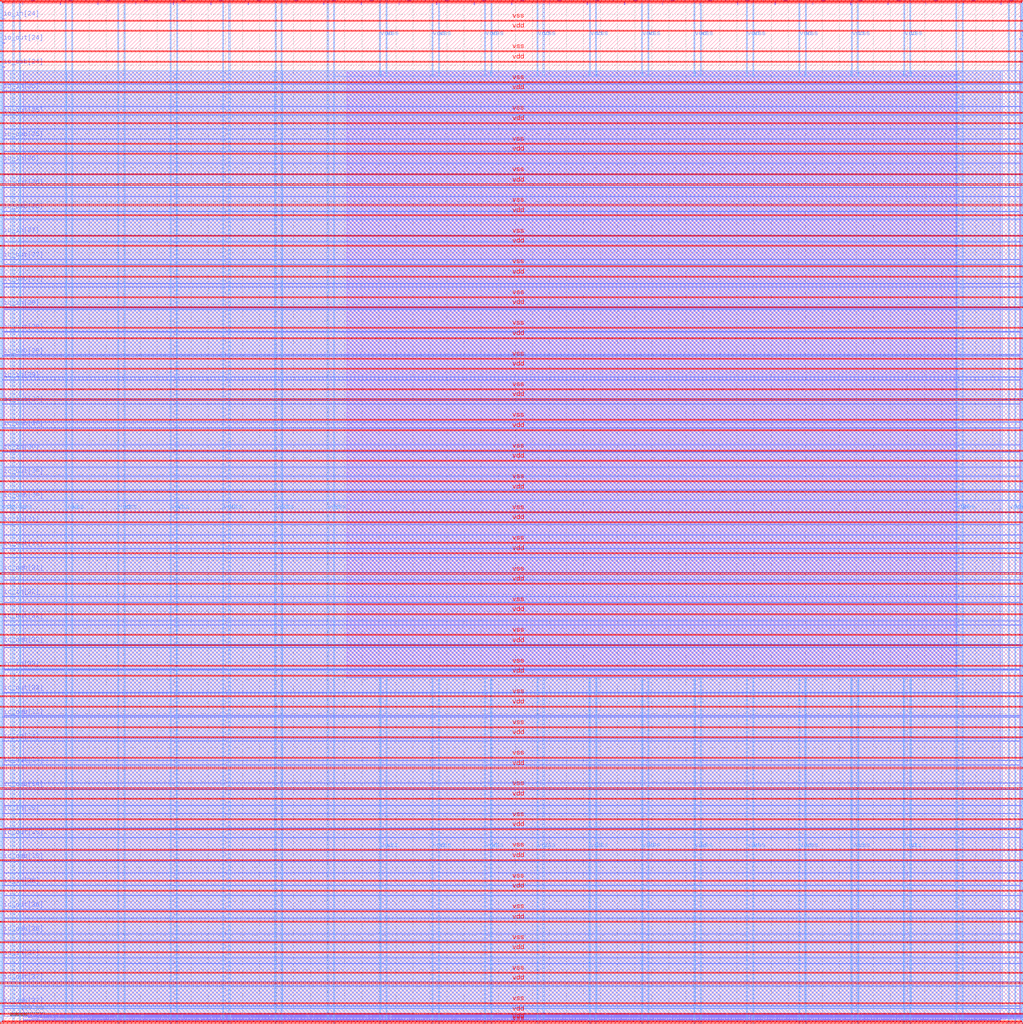
<source format=lef>
VERSION 5.7 ;
  NOWIREEXTENSIONATPIN ON ;
  DIVIDERCHAR "/" ;
  BUSBITCHARS "[]" ;
MACRO user_project_wrapper
  CLASS BLOCK ;
  FOREIGN user_project_wrapper ;
  ORIGIN 0.000 0.000 ;
  SIZE 2980.200 BY 2980.200 ;
  PIN io_in[0]
    DIRECTION INPUT ;
    USE SIGNAL ;
    PORT
      LAYER Metal3 ;
        RECT 2977.800 35.560 2985.000 36.680 ;
    END
  END io_in[0]
  PIN io_in[10]
    DIRECTION INPUT ;
    USE SIGNAL ;
    PORT
      LAYER Metal3 ;
        RECT 2977.800 2017.960 2985.000 2019.080 ;
    END
  END io_in[10]
  PIN io_in[11]
    DIRECTION INPUT ;
    USE SIGNAL ;
    PORT
      LAYER Metal3 ;
        RECT 2977.800 2216.200 2985.000 2217.320 ;
    END
  END io_in[11]
  PIN io_in[12]
    DIRECTION INPUT ;
    USE SIGNAL ;
    PORT
      LAYER Metal3 ;
        RECT 2977.800 2414.440 2985.000 2415.560 ;
    END
  END io_in[12]
  PIN io_in[13]
    DIRECTION INPUT ;
    USE SIGNAL ;
    PORT
      LAYER Metal3 ;
        RECT 2977.800 2612.680 2985.000 2613.800 ;
    END
  END io_in[13]
  PIN io_in[14]
    DIRECTION INPUT ;
    USE SIGNAL ;
    PORT
      LAYER Metal3 ;
        RECT 2977.800 2810.920 2985.000 2812.040 ;
    END
  END io_in[14]
  PIN io_in[15]
    DIRECTION INPUT ;
    USE SIGNAL ;
    PORT
      LAYER Metal2 ;
        RECT 2923.480 2977.800 2924.600 2985.000 ;
    END
  END io_in[15]
  PIN io_in[16]
    DIRECTION INPUT ;
    USE SIGNAL ;
    PORT
      LAYER Metal2 ;
        RECT 2592.520 2977.800 2593.640 2985.000 ;
    END
  END io_in[16]
  PIN io_in[17]
    DIRECTION INPUT ;
    USE SIGNAL ;
    PORT
      LAYER Metal2 ;
        RECT 2261.560 2977.800 2262.680 2985.000 ;
    END
  END io_in[17]
  PIN io_in[18]
    DIRECTION INPUT ;
    USE SIGNAL ;
    PORT
      LAYER Metal2 ;
        RECT 1930.600 2977.800 1931.720 2985.000 ;
    END
  END io_in[18]
  PIN io_in[19]
    DIRECTION INPUT ;
    USE SIGNAL ;
    PORT
      LAYER Metal2 ;
        RECT 1599.640 2977.800 1600.760 2985.000 ;
    END
  END io_in[19]
  PIN io_in[1]
    DIRECTION INPUT ;
    USE SIGNAL ;
    PORT
      LAYER Metal3 ;
        RECT 2977.800 233.800 2985.000 234.920 ;
    END
  END io_in[1]
  PIN io_in[20]
    DIRECTION INPUT ;
    USE SIGNAL ;
    PORT
      LAYER Metal2 ;
        RECT 1268.680 2977.800 1269.800 2985.000 ;
    END
  END io_in[20]
  PIN io_in[21]
    DIRECTION INPUT ;
    USE SIGNAL ;
    PORT
      LAYER Metal2 ;
        RECT 937.720 2977.800 938.840 2985.000 ;
    END
  END io_in[21]
  PIN io_in[22]
    DIRECTION INPUT ;
    USE SIGNAL ;
    PORT
      LAYER Metal2 ;
        RECT 606.760 2977.800 607.880 2985.000 ;
    END
  END io_in[22]
  PIN io_in[23]
    DIRECTION INPUT ;
    USE SIGNAL ;
    PORT
      LAYER Metal2 ;
        RECT 275.800 2977.800 276.920 2985.000 ;
    END
  END io_in[23]
  PIN io_in[24]
    DIRECTION INPUT ;
    USE SIGNAL ;
    PORT
      LAYER Metal3 ;
        RECT -4.800 2935.800 2.400 2936.920 ;
    END
  END io_in[24]
  PIN io_in[25]
    DIRECTION INPUT ;
    USE SIGNAL ;
    PORT
      LAYER Metal3 ;
        RECT -4.800 2724.120 2.400 2725.240 ;
    END
  END io_in[25]
  PIN io_in[26]
    DIRECTION INPUT ;
    USE SIGNAL ;
    PORT
      LAYER Metal3 ;
        RECT -4.800 2512.440 2.400 2513.560 ;
    END
  END io_in[26]
  PIN io_in[27]
    DIRECTION INPUT ;
    USE SIGNAL ;
    PORT
      LAYER Metal3 ;
        RECT -4.800 2300.760 2.400 2301.880 ;
    END
  END io_in[27]
  PIN io_in[28]
    DIRECTION INPUT ;
    USE SIGNAL ;
    PORT
      LAYER Metal3 ;
        RECT -4.800 2089.080 2.400 2090.200 ;
    END
  END io_in[28]
  PIN io_in[29]
    DIRECTION INPUT ;
    USE SIGNAL ;
    PORT
      LAYER Metal3 ;
        RECT -4.800 1877.400 2.400 1878.520 ;
    END
  END io_in[29]
  PIN io_in[2]
    DIRECTION INPUT ;
    USE SIGNAL ;
    PORT
      LAYER Metal3 ;
        RECT 2977.800 432.040 2985.000 433.160 ;
    END
  END io_in[2]
  PIN io_in[30]
    DIRECTION INPUT ;
    USE SIGNAL ;
    PORT
      LAYER Metal3 ;
        RECT -4.800 1665.720 2.400 1666.840 ;
    END
  END io_in[30]
  PIN io_in[31]
    DIRECTION INPUT ;
    USE SIGNAL ;
    PORT
      LAYER Metal3 ;
        RECT -4.800 1454.040 2.400 1455.160 ;
    END
  END io_in[31]
  PIN io_in[32]
    DIRECTION INPUT ;
    USE SIGNAL ;
    PORT
      LAYER Metal3 ;
        RECT -4.800 1242.360 2.400 1243.480 ;
    END
  END io_in[32]
  PIN io_in[33]
    DIRECTION INPUT ;
    USE SIGNAL ;
    PORT
      LAYER Metal3 ;
        RECT -4.800 1030.680 2.400 1031.800 ;
    END
  END io_in[33]
  PIN io_in[34]
    DIRECTION INPUT ;
    USE SIGNAL ;
    PORT
      LAYER Metal3 ;
        RECT -4.800 819.000 2.400 820.120 ;
    END
  END io_in[34]
  PIN io_in[35]
    DIRECTION INPUT ;
    USE SIGNAL ;
    PORT
      LAYER Metal3 ;
        RECT -4.800 607.320 2.400 608.440 ;
    END
  END io_in[35]
  PIN io_in[36]
    DIRECTION INPUT ;
    USE SIGNAL ;
    PORT
      LAYER Metal3 ;
        RECT -4.800 395.640 2.400 396.760 ;
    END
  END io_in[36]
  PIN io_in[37]
    DIRECTION INPUT ;
    USE SIGNAL ;
    PORT
      LAYER Metal3 ;
        RECT -4.800 183.960 2.400 185.080 ;
    END
  END io_in[37]
  PIN io_in[3]
    DIRECTION INPUT ;
    USE SIGNAL ;
    PORT
      LAYER Metal3 ;
        RECT 2977.800 630.280 2985.000 631.400 ;
    END
  END io_in[3]
  PIN io_in[4]
    DIRECTION INPUT ;
    USE SIGNAL ;
    PORT
      LAYER Metal3 ;
        RECT 2977.800 828.520 2985.000 829.640 ;
    END
  END io_in[4]
  PIN io_in[5]
    DIRECTION INPUT ;
    USE SIGNAL ;
    PORT
      LAYER Metal3 ;
        RECT 2977.800 1026.760 2985.000 1027.880 ;
    END
  END io_in[5]
  PIN io_in[6]
    DIRECTION INPUT ;
    USE SIGNAL ;
    PORT
      LAYER Metal3 ;
        RECT 2977.800 1225.000 2985.000 1226.120 ;
    END
  END io_in[6]
  PIN io_in[7]
    DIRECTION INPUT ;
    USE SIGNAL ;
    PORT
      LAYER Metal3 ;
        RECT 2977.800 1423.240 2985.000 1424.360 ;
    END
  END io_in[7]
  PIN io_in[8]
    DIRECTION INPUT ;
    USE SIGNAL ;
    PORT
      LAYER Metal3 ;
        RECT 2977.800 1621.480 2985.000 1622.600 ;
    END
  END io_in[8]
  PIN io_in[9]
    DIRECTION INPUT ;
    USE SIGNAL ;
    PORT
      LAYER Metal3 ;
        RECT 2977.800 1819.720 2985.000 1820.840 ;
    END
  END io_in[9]
  PIN io_oeb[0]
    DIRECTION OUTPUT TRISTATE ;
    USE SIGNAL ;
    PORT
      LAYER Metal3 ;
        RECT 2977.800 167.720 2985.000 168.840 ;
    END
  END io_oeb[0]
  PIN io_oeb[10]
    DIRECTION OUTPUT TRISTATE ;
    USE SIGNAL ;
    PORT
      LAYER Metal3 ;
        RECT 2977.800 2150.120 2985.000 2151.240 ;
    END
  END io_oeb[10]
  PIN io_oeb[11]
    DIRECTION OUTPUT TRISTATE ;
    USE SIGNAL ;
    PORT
      LAYER Metal3 ;
        RECT 2977.800 2348.360 2985.000 2349.480 ;
    END
  END io_oeb[11]
  PIN io_oeb[12]
    DIRECTION OUTPUT TRISTATE ;
    USE SIGNAL ;
    PORT
      LAYER Metal3 ;
        RECT 2977.800 2546.600 2985.000 2547.720 ;
    END
  END io_oeb[12]
  PIN io_oeb[13]
    DIRECTION OUTPUT TRISTATE ;
    USE SIGNAL ;
    PORT
      LAYER Metal3 ;
        RECT 2977.800 2744.840 2985.000 2745.960 ;
    END
  END io_oeb[13]
  PIN io_oeb[14]
    DIRECTION OUTPUT TRISTATE ;
    USE SIGNAL ;
    PORT
      LAYER Metal3 ;
        RECT 2977.800 2943.080 2985.000 2944.200 ;
    END
  END io_oeb[14]
  PIN io_oeb[15]
    DIRECTION OUTPUT TRISTATE ;
    USE SIGNAL ;
    PORT
      LAYER Metal2 ;
        RECT 2702.840 2977.800 2703.960 2985.000 ;
    END
  END io_oeb[15]
  PIN io_oeb[16]
    DIRECTION OUTPUT TRISTATE ;
    USE SIGNAL ;
    PORT
      LAYER Metal2 ;
        RECT 2371.880 2977.800 2373.000 2985.000 ;
    END
  END io_oeb[16]
  PIN io_oeb[17]
    DIRECTION OUTPUT TRISTATE ;
    USE SIGNAL ;
    PORT
      LAYER Metal2 ;
        RECT 2040.920 2977.800 2042.040 2985.000 ;
    END
  END io_oeb[17]
  PIN io_oeb[18]
    DIRECTION OUTPUT TRISTATE ;
    USE SIGNAL ;
    PORT
      LAYER Metal2 ;
        RECT 1709.960 2977.800 1711.080 2985.000 ;
    END
  END io_oeb[18]
  PIN io_oeb[19]
    DIRECTION OUTPUT TRISTATE ;
    USE SIGNAL ;
    PORT
      LAYER Metal2 ;
        RECT 1379.000 2977.800 1380.120 2985.000 ;
    END
  END io_oeb[19]
  PIN io_oeb[1]
    DIRECTION OUTPUT TRISTATE ;
    USE SIGNAL ;
    PORT
      LAYER Metal3 ;
        RECT 2977.800 365.960 2985.000 367.080 ;
    END
  END io_oeb[1]
  PIN io_oeb[20]
    DIRECTION OUTPUT TRISTATE ;
    USE SIGNAL ;
    PORT
      LAYER Metal2 ;
        RECT 1048.040 2977.800 1049.160 2985.000 ;
    END
  END io_oeb[20]
  PIN io_oeb[21]
    DIRECTION OUTPUT TRISTATE ;
    USE SIGNAL ;
    PORT
      LAYER Metal2 ;
        RECT 717.080 2977.800 718.200 2985.000 ;
    END
  END io_oeb[21]
  PIN io_oeb[22]
    DIRECTION OUTPUT TRISTATE ;
    USE SIGNAL ;
    PORT
      LAYER Metal2 ;
        RECT 386.120 2977.800 387.240 2985.000 ;
    END
  END io_oeb[22]
  PIN io_oeb[23]
    DIRECTION OUTPUT TRISTATE ;
    USE SIGNAL ;
    PORT
      LAYER Metal2 ;
        RECT 55.160 2977.800 56.280 2985.000 ;
    END
  END io_oeb[23]
  PIN io_oeb[24]
    DIRECTION OUTPUT TRISTATE ;
    USE SIGNAL ;
    PORT
      LAYER Metal3 ;
        RECT -4.800 2794.680 2.400 2795.800 ;
    END
  END io_oeb[24]
  PIN io_oeb[25]
    DIRECTION OUTPUT TRISTATE ;
    USE SIGNAL ;
    PORT
      LAYER Metal3 ;
        RECT -4.800 2583.000 2.400 2584.120 ;
    END
  END io_oeb[25]
  PIN io_oeb[26]
    DIRECTION OUTPUT TRISTATE ;
    USE SIGNAL ;
    PORT
      LAYER Metal3 ;
        RECT -4.800 2371.320 2.400 2372.440 ;
    END
  END io_oeb[26]
  PIN io_oeb[27]
    DIRECTION OUTPUT TRISTATE ;
    USE SIGNAL ;
    PORT
      LAYER Metal3 ;
        RECT -4.800 2159.640 2.400 2160.760 ;
    END
  END io_oeb[27]
  PIN io_oeb[28]
    DIRECTION OUTPUT TRISTATE ;
    USE SIGNAL ;
    PORT
      LAYER Metal3 ;
        RECT -4.800 1947.960 2.400 1949.080 ;
    END
  END io_oeb[28]
  PIN io_oeb[29]
    DIRECTION OUTPUT TRISTATE ;
    USE SIGNAL ;
    PORT
      LAYER Metal3 ;
        RECT -4.800 1736.280 2.400 1737.400 ;
    END
  END io_oeb[29]
  PIN io_oeb[2]
    DIRECTION OUTPUT TRISTATE ;
    USE SIGNAL ;
    PORT
      LAYER Metal3 ;
        RECT 2977.800 564.200 2985.000 565.320 ;
    END
  END io_oeb[2]
  PIN io_oeb[30]
    DIRECTION OUTPUT TRISTATE ;
    USE SIGNAL ;
    PORT
      LAYER Metal3 ;
        RECT -4.800 1524.600 2.400 1525.720 ;
    END
  END io_oeb[30]
  PIN io_oeb[31]
    DIRECTION OUTPUT TRISTATE ;
    USE SIGNAL ;
    PORT
      LAYER Metal3 ;
        RECT -4.800 1312.920 2.400 1314.040 ;
    END
  END io_oeb[31]
  PIN io_oeb[32]
    DIRECTION OUTPUT TRISTATE ;
    USE SIGNAL ;
    PORT
      LAYER Metal3 ;
        RECT -4.800 1101.240 2.400 1102.360 ;
    END
  END io_oeb[32]
  PIN io_oeb[33]
    DIRECTION OUTPUT TRISTATE ;
    USE SIGNAL ;
    PORT
      LAYER Metal3 ;
        RECT -4.800 889.560 2.400 890.680 ;
    END
  END io_oeb[33]
  PIN io_oeb[34]
    DIRECTION OUTPUT TRISTATE ;
    USE SIGNAL ;
    PORT
      LAYER Metal3 ;
        RECT -4.800 677.880 2.400 679.000 ;
    END
  END io_oeb[34]
  PIN io_oeb[35]
    DIRECTION OUTPUT TRISTATE ;
    USE SIGNAL ;
    PORT
      LAYER Metal3 ;
        RECT -4.800 466.200 2.400 467.320 ;
    END
  END io_oeb[35]
  PIN io_oeb[36]
    DIRECTION OUTPUT TRISTATE ;
    USE SIGNAL ;
    PORT
      LAYER Metal3 ;
        RECT -4.800 254.520 2.400 255.640 ;
    END
  END io_oeb[36]
  PIN io_oeb[37]
    DIRECTION OUTPUT TRISTATE ;
    USE SIGNAL ;
    PORT
      LAYER Metal3 ;
        RECT -4.800 42.840 2.400 43.960 ;
    END
  END io_oeb[37]
  PIN io_oeb[3]
    DIRECTION OUTPUT TRISTATE ;
    USE SIGNAL ;
    PORT
      LAYER Metal3 ;
        RECT 2977.800 762.440 2985.000 763.560 ;
    END
  END io_oeb[3]
  PIN io_oeb[4]
    DIRECTION OUTPUT TRISTATE ;
    USE SIGNAL ;
    PORT
      LAYER Metal3 ;
        RECT 2977.800 960.680 2985.000 961.800 ;
    END
  END io_oeb[4]
  PIN io_oeb[5]
    DIRECTION OUTPUT TRISTATE ;
    USE SIGNAL ;
    PORT
      LAYER Metal3 ;
        RECT 2977.800 1158.920 2985.000 1160.040 ;
    END
  END io_oeb[5]
  PIN io_oeb[6]
    DIRECTION OUTPUT TRISTATE ;
    USE SIGNAL ;
    PORT
      LAYER Metal3 ;
        RECT 2977.800 1357.160 2985.000 1358.280 ;
    END
  END io_oeb[6]
  PIN io_oeb[7]
    DIRECTION OUTPUT TRISTATE ;
    USE SIGNAL ;
    PORT
      LAYER Metal3 ;
        RECT 2977.800 1555.400 2985.000 1556.520 ;
    END
  END io_oeb[7]
  PIN io_oeb[8]
    DIRECTION OUTPUT TRISTATE ;
    USE SIGNAL ;
    PORT
      LAYER Metal3 ;
        RECT 2977.800 1753.640 2985.000 1754.760 ;
    END
  END io_oeb[8]
  PIN io_oeb[9]
    DIRECTION OUTPUT TRISTATE ;
    USE SIGNAL ;
    PORT
      LAYER Metal3 ;
        RECT 2977.800 1951.880 2985.000 1953.000 ;
    END
  END io_oeb[9]
  PIN io_out[0]
    DIRECTION OUTPUT TRISTATE ;
    USE SIGNAL ;
    PORT
      LAYER Metal3 ;
        RECT 2977.800 101.640 2985.000 102.760 ;
    END
  END io_out[0]
  PIN io_out[10]
    DIRECTION OUTPUT TRISTATE ;
    USE SIGNAL ;
    PORT
      LAYER Metal3 ;
        RECT 2977.800 2084.040 2985.000 2085.160 ;
    END
  END io_out[10]
  PIN io_out[11]
    DIRECTION OUTPUT TRISTATE ;
    USE SIGNAL ;
    PORT
      LAYER Metal3 ;
        RECT 2977.800 2282.280 2985.000 2283.400 ;
    END
  END io_out[11]
  PIN io_out[12]
    DIRECTION OUTPUT TRISTATE ;
    USE SIGNAL ;
    PORT
      LAYER Metal3 ;
        RECT 2977.800 2480.520 2985.000 2481.640 ;
    END
  END io_out[12]
  PIN io_out[13]
    DIRECTION OUTPUT TRISTATE ;
    USE SIGNAL ;
    PORT
      LAYER Metal3 ;
        RECT 2977.800 2678.760 2985.000 2679.880 ;
    END
  END io_out[13]
  PIN io_out[14]
    DIRECTION OUTPUT TRISTATE ;
    USE SIGNAL ;
    PORT
      LAYER Metal3 ;
        RECT 2977.800 2877.000 2985.000 2878.120 ;
    END
  END io_out[14]
  PIN io_out[15]
    DIRECTION OUTPUT TRISTATE ;
    USE SIGNAL ;
    PORT
      LAYER Metal2 ;
        RECT 2813.160 2977.800 2814.280 2985.000 ;
    END
  END io_out[15]
  PIN io_out[16]
    DIRECTION OUTPUT TRISTATE ;
    USE SIGNAL ;
    PORT
      LAYER Metal2 ;
        RECT 2482.200 2977.800 2483.320 2985.000 ;
    END
  END io_out[16]
  PIN io_out[17]
    DIRECTION OUTPUT TRISTATE ;
    USE SIGNAL ;
    PORT
      LAYER Metal2 ;
        RECT 2151.240 2977.800 2152.360 2985.000 ;
    END
  END io_out[17]
  PIN io_out[18]
    DIRECTION OUTPUT TRISTATE ;
    USE SIGNAL ;
    PORT
      LAYER Metal2 ;
        RECT 1820.280 2977.800 1821.400 2985.000 ;
    END
  END io_out[18]
  PIN io_out[19]
    DIRECTION OUTPUT TRISTATE ;
    USE SIGNAL ;
    PORT
      LAYER Metal2 ;
        RECT 1489.320 2977.800 1490.440 2985.000 ;
    END
  END io_out[19]
  PIN io_out[1]
    DIRECTION OUTPUT TRISTATE ;
    USE SIGNAL ;
    PORT
      LAYER Metal3 ;
        RECT 2977.800 299.880 2985.000 301.000 ;
    END
  END io_out[1]
  PIN io_out[20]
    DIRECTION OUTPUT TRISTATE ;
    USE SIGNAL ;
    PORT
      LAYER Metal2 ;
        RECT 1158.360 2977.800 1159.480 2985.000 ;
    END
  END io_out[20]
  PIN io_out[21]
    DIRECTION OUTPUT TRISTATE ;
    USE SIGNAL ;
    PORT
      LAYER Metal2 ;
        RECT 827.400 2977.800 828.520 2985.000 ;
    END
  END io_out[21]
  PIN io_out[22]
    DIRECTION OUTPUT TRISTATE ;
    USE SIGNAL ;
    PORT
      LAYER Metal2 ;
        RECT 496.440 2977.800 497.560 2985.000 ;
    END
  END io_out[22]
  PIN io_out[23]
    DIRECTION OUTPUT TRISTATE ;
    USE SIGNAL ;
    PORT
      LAYER Metal2 ;
        RECT 165.480 2977.800 166.600 2985.000 ;
    END
  END io_out[23]
  PIN io_out[24]
    DIRECTION OUTPUT TRISTATE ;
    USE SIGNAL ;
    PORT
      LAYER Metal3 ;
        RECT -4.800 2865.240 2.400 2866.360 ;
    END
  END io_out[24]
  PIN io_out[25]
    DIRECTION OUTPUT TRISTATE ;
    USE SIGNAL ;
    PORT
      LAYER Metal3 ;
        RECT -4.800 2653.560 2.400 2654.680 ;
    END
  END io_out[25]
  PIN io_out[26]
    DIRECTION OUTPUT TRISTATE ;
    USE SIGNAL ;
    PORT
      LAYER Metal3 ;
        RECT -4.800 2441.880 2.400 2443.000 ;
    END
  END io_out[26]
  PIN io_out[27]
    DIRECTION OUTPUT TRISTATE ;
    USE SIGNAL ;
    PORT
      LAYER Metal3 ;
        RECT -4.800 2230.200 2.400 2231.320 ;
    END
  END io_out[27]
  PIN io_out[28]
    DIRECTION OUTPUT TRISTATE ;
    USE SIGNAL ;
    PORT
      LAYER Metal3 ;
        RECT -4.800 2018.520 2.400 2019.640 ;
    END
  END io_out[28]
  PIN io_out[29]
    DIRECTION OUTPUT TRISTATE ;
    USE SIGNAL ;
    PORT
      LAYER Metal3 ;
        RECT -4.800 1806.840 2.400 1807.960 ;
    END
  END io_out[29]
  PIN io_out[2]
    DIRECTION OUTPUT TRISTATE ;
    USE SIGNAL ;
    PORT
      LAYER Metal3 ;
        RECT 2977.800 498.120 2985.000 499.240 ;
    END
  END io_out[2]
  PIN io_out[30]
    DIRECTION OUTPUT TRISTATE ;
    USE SIGNAL ;
    PORT
      LAYER Metal3 ;
        RECT -4.800 1595.160 2.400 1596.280 ;
    END
  END io_out[30]
  PIN io_out[31]
    DIRECTION OUTPUT TRISTATE ;
    USE SIGNAL ;
    PORT
      LAYER Metal3 ;
        RECT -4.800 1383.480 2.400 1384.600 ;
    END
  END io_out[31]
  PIN io_out[32]
    DIRECTION OUTPUT TRISTATE ;
    USE SIGNAL ;
    PORT
      LAYER Metal3 ;
        RECT -4.800 1171.800 2.400 1172.920 ;
    END
  END io_out[32]
  PIN io_out[33]
    DIRECTION OUTPUT TRISTATE ;
    USE SIGNAL ;
    PORT
      LAYER Metal3 ;
        RECT -4.800 960.120 2.400 961.240 ;
    END
  END io_out[33]
  PIN io_out[34]
    DIRECTION OUTPUT TRISTATE ;
    USE SIGNAL ;
    PORT
      LAYER Metal3 ;
        RECT -4.800 748.440 2.400 749.560 ;
    END
  END io_out[34]
  PIN io_out[35]
    DIRECTION OUTPUT TRISTATE ;
    USE SIGNAL ;
    PORT
      LAYER Metal3 ;
        RECT -4.800 536.760 2.400 537.880 ;
    END
  END io_out[35]
  PIN io_out[36]
    DIRECTION OUTPUT TRISTATE ;
    USE SIGNAL ;
    PORT
      LAYER Metal3 ;
        RECT -4.800 325.080 2.400 326.200 ;
    END
  END io_out[36]
  PIN io_out[37]
    DIRECTION OUTPUT TRISTATE ;
    USE SIGNAL ;
    PORT
      LAYER Metal3 ;
        RECT -4.800 113.400 2.400 114.520 ;
    END
  END io_out[37]
  PIN io_out[3]
    DIRECTION OUTPUT TRISTATE ;
    USE SIGNAL ;
    PORT
      LAYER Metal3 ;
        RECT 2977.800 696.360 2985.000 697.480 ;
    END
  END io_out[3]
  PIN io_out[4]
    DIRECTION OUTPUT TRISTATE ;
    USE SIGNAL ;
    PORT
      LAYER Metal3 ;
        RECT 2977.800 894.600 2985.000 895.720 ;
    END
  END io_out[4]
  PIN io_out[5]
    DIRECTION OUTPUT TRISTATE ;
    USE SIGNAL ;
    PORT
      LAYER Metal3 ;
        RECT 2977.800 1092.840 2985.000 1093.960 ;
    END
  END io_out[5]
  PIN io_out[6]
    DIRECTION OUTPUT TRISTATE ;
    USE SIGNAL ;
    PORT
      LAYER Metal3 ;
        RECT 2977.800 1291.080 2985.000 1292.200 ;
    END
  END io_out[6]
  PIN io_out[7]
    DIRECTION OUTPUT TRISTATE ;
    USE SIGNAL ;
    PORT
      LAYER Metal3 ;
        RECT 2977.800 1489.320 2985.000 1490.440 ;
    END
  END io_out[7]
  PIN io_out[8]
    DIRECTION OUTPUT TRISTATE ;
    USE SIGNAL ;
    PORT
      LAYER Metal3 ;
        RECT 2977.800 1687.560 2985.000 1688.680 ;
    END
  END io_out[8]
  PIN io_out[9]
    DIRECTION OUTPUT TRISTATE ;
    USE SIGNAL ;
    PORT
      LAYER Metal3 ;
        RECT 2977.800 1885.800 2985.000 1886.920 ;
    END
  END io_out[9]
  PIN la_data_in[0]
    DIRECTION INPUT ;
    USE SIGNAL ;
    PORT
      LAYER Metal2 ;
        RECT 1065.960 -4.800 1067.080 2.400 ;
    END
  END la_data_in[0]
  PIN la_data_in[10]
    DIRECTION INPUT ;
    USE SIGNAL ;
    PORT
      LAYER Metal2 ;
        RECT 1351.560 -4.800 1352.680 2.400 ;
    END
  END la_data_in[10]
  PIN la_data_in[11]
    DIRECTION INPUT ;
    USE SIGNAL ;
    PORT
      LAYER Metal2 ;
        RECT 1380.120 -4.800 1381.240 2.400 ;
    END
  END la_data_in[11]
  PIN la_data_in[12]
    DIRECTION INPUT ;
    USE SIGNAL ;
    PORT
      LAYER Metal2 ;
        RECT 1408.680 -4.800 1409.800 2.400 ;
    END
  END la_data_in[12]
  PIN la_data_in[13]
    DIRECTION INPUT ;
    USE SIGNAL ;
    PORT
      LAYER Metal2 ;
        RECT 1437.240 -4.800 1438.360 2.400 ;
    END
  END la_data_in[13]
  PIN la_data_in[14]
    DIRECTION INPUT ;
    USE SIGNAL ;
    PORT
      LAYER Metal2 ;
        RECT 1465.800 -4.800 1466.920 2.400 ;
    END
  END la_data_in[14]
  PIN la_data_in[15]
    DIRECTION INPUT ;
    USE SIGNAL ;
    PORT
      LAYER Metal2 ;
        RECT 1494.360 -4.800 1495.480 2.400 ;
    END
  END la_data_in[15]
  PIN la_data_in[16]
    DIRECTION INPUT ;
    USE SIGNAL ;
    PORT
      LAYER Metal2 ;
        RECT 1522.920 -4.800 1524.040 2.400 ;
    END
  END la_data_in[16]
  PIN la_data_in[17]
    DIRECTION INPUT ;
    USE SIGNAL ;
    PORT
      LAYER Metal2 ;
        RECT 1551.480 -4.800 1552.600 2.400 ;
    END
  END la_data_in[17]
  PIN la_data_in[18]
    DIRECTION INPUT ;
    USE SIGNAL ;
    PORT
      LAYER Metal2 ;
        RECT 1580.040 -4.800 1581.160 2.400 ;
    END
  END la_data_in[18]
  PIN la_data_in[19]
    DIRECTION INPUT ;
    USE SIGNAL ;
    PORT
      LAYER Metal2 ;
        RECT 1608.600 -4.800 1609.720 2.400 ;
    END
  END la_data_in[19]
  PIN la_data_in[1]
    DIRECTION INPUT ;
    USE SIGNAL ;
    PORT
      LAYER Metal2 ;
        RECT 1094.520 -4.800 1095.640 2.400 ;
    END
  END la_data_in[1]
  PIN la_data_in[20]
    DIRECTION INPUT ;
    USE SIGNAL ;
    PORT
      LAYER Metal2 ;
        RECT 1637.160 -4.800 1638.280 2.400 ;
    END
  END la_data_in[20]
  PIN la_data_in[21]
    DIRECTION INPUT ;
    USE SIGNAL ;
    PORT
      LAYER Metal2 ;
        RECT 1665.720 -4.800 1666.840 2.400 ;
    END
  END la_data_in[21]
  PIN la_data_in[22]
    DIRECTION INPUT ;
    USE SIGNAL ;
    PORT
      LAYER Metal2 ;
        RECT 1694.280 -4.800 1695.400 2.400 ;
    END
  END la_data_in[22]
  PIN la_data_in[23]
    DIRECTION INPUT ;
    USE SIGNAL ;
    PORT
      LAYER Metal2 ;
        RECT 1722.840 -4.800 1723.960 2.400 ;
    END
  END la_data_in[23]
  PIN la_data_in[24]
    DIRECTION INPUT ;
    USE SIGNAL ;
    PORT
      LAYER Metal2 ;
        RECT 1751.400 -4.800 1752.520 2.400 ;
    END
  END la_data_in[24]
  PIN la_data_in[25]
    DIRECTION INPUT ;
    USE SIGNAL ;
    PORT
      LAYER Metal2 ;
        RECT 1779.960 -4.800 1781.080 2.400 ;
    END
  END la_data_in[25]
  PIN la_data_in[26]
    DIRECTION INPUT ;
    USE SIGNAL ;
    PORT
      LAYER Metal2 ;
        RECT 1808.520 -4.800 1809.640 2.400 ;
    END
  END la_data_in[26]
  PIN la_data_in[27]
    DIRECTION INPUT ;
    USE SIGNAL ;
    PORT
      LAYER Metal2 ;
        RECT 1837.080 -4.800 1838.200 2.400 ;
    END
  END la_data_in[27]
  PIN la_data_in[28]
    DIRECTION INPUT ;
    USE SIGNAL ;
    PORT
      LAYER Metal2 ;
        RECT 1865.640 -4.800 1866.760 2.400 ;
    END
  END la_data_in[28]
  PIN la_data_in[29]
    DIRECTION INPUT ;
    USE SIGNAL ;
    PORT
      LAYER Metal2 ;
        RECT 1894.200 -4.800 1895.320 2.400 ;
    END
  END la_data_in[29]
  PIN la_data_in[2]
    DIRECTION INPUT ;
    USE SIGNAL ;
    PORT
      LAYER Metal2 ;
        RECT 1123.080 -4.800 1124.200 2.400 ;
    END
  END la_data_in[2]
  PIN la_data_in[30]
    DIRECTION INPUT ;
    USE SIGNAL ;
    PORT
      LAYER Metal2 ;
        RECT 1922.760 -4.800 1923.880 2.400 ;
    END
  END la_data_in[30]
  PIN la_data_in[31]
    DIRECTION INPUT ;
    USE SIGNAL ;
    PORT
      LAYER Metal2 ;
        RECT 1951.320 -4.800 1952.440 2.400 ;
    END
  END la_data_in[31]
  PIN la_data_in[32]
    DIRECTION INPUT ;
    USE SIGNAL ;
    PORT
      LAYER Metal2 ;
        RECT 1979.880 -4.800 1981.000 2.400 ;
    END
  END la_data_in[32]
  PIN la_data_in[33]
    DIRECTION INPUT ;
    USE SIGNAL ;
    PORT
      LAYER Metal2 ;
        RECT 2008.440 -4.800 2009.560 2.400 ;
    END
  END la_data_in[33]
  PIN la_data_in[34]
    DIRECTION INPUT ;
    USE SIGNAL ;
    PORT
      LAYER Metal2 ;
        RECT 2037.000 -4.800 2038.120 2.400 ;
    END
  END la_data_in[34]
  PIN la_data_in[35]
    DIRECTION INPUT ;
    USE SIGNAL ;
    PORT
      LAYER Metal2 ;
        RECT 2065.560 -4.800 2066.680 2.400 ;
    END
  END la_data_in[35]
  PIN la_data_in[36]
    DIRECTION INPUT ;
    USE SIGNAL ;
    PORT
      LAYER Metal2 ;
        RECT 2094.120 -4.800 2095.240 2.400 ;
    END
  END la_data_in[36]
  PIN la_data_in[37]
    DIRECTION INPUT ;
    USE SIGNAL ;
    PORT
      LAYER Metal2 ;
        RECT 2122.680 -4.800 2123.800 2.400 ;
    END
  END la_data_in[37]
  PIN la_data_in[38]
    DIRECTION INPUT ;
    USE SIGNAL ;
    PORT
      LAYER Metal2 ;
        RECT 2151.240 -4.800 2152.360 2.400 ;
    END
  END la_data_in[38]
  PIN la_data_in[39]
    DIRECTION INPUT ;
    USE SIGNAL ;
    PORT
      LAYER Metal2 ;
        RECT 2179.800 -4.800 2180.920 2.400 ;
    END
  END la_data_in[39]
  PIN la_data_in[3]
    DIRECTION INPUT ;
    USE SIGNAL ;
    PORT
      LAYER Metal2 ;
        RECT 1151.640 -4.800 1152.760 2.400 ;
    END
  END la_data_in[3]
  PIN la_data_in[40]
    DIRECTION INPUT ;
    USE SIGNAL ;
    PORT
      LAYER Metal2 ;
        RECT 2208.360 -4.800 2209.480 2.400 ;
    END
  END la_data_in[40]
  PIN la_data_in[41]
    DIRECTION INPUT ;
    USE SIGNAL ;
    PORT
      LAYER Metal2 ;
        RECT 2236.920 -4.800 2238.040 2.400 ;
    END
  END la_data_in[41]
  PIN la_data_in[42]
    DIRECTION INPUT ;
    USE SIGNAL ;
    PORT
      LAYER Metal2 ;
        RECT 2265.480 -4.800 2266.600 2.400 ;
    END
  END la_data_in[42]
  PIN la_data_in[43]
    DIRECTION INPUT ;
    USE SIGNAL ;
    PORT
      LAYER Metal2 ;
        RECT 2294.040 -4.800 2295.160 2.400 ;
    END
  END la_data_in[43]
  PIN la_data_in[44]
    DIRECTION INPUT ;
    USE SIGNAL ;
    PORT
      LAYER Metal2 ;
        RECT 2322.600 -4.800 2323.720 2.400 ;
    END
  END la_data_in[44]
  PIN la_data_in[45]
    DIRECTION INPUT ;
    USE SIGNAL ;
    PORT
      LAYER Metal2 ;
        RECT 2351.160 -4.800 2352.280 2.400 ;
    END
  END la_data_in[45]
  PIN la_data_in[46]
    DIRECTION INPUT ;
    USE SIGNAL ;
    PORT
      LAYER Metal2 ;
        RECT 2379.720 -4.800 2380.840 2.400 ;
    END
  END la_data_in[46]
  PIN la_data_in[47]
    DIRECTION INPUT ;
    USE SIGNAL ;
    PORT
      LAYER Metal2 ;
        RECT 2408.280 -4.800 2409.400 2.400 ;
    END
  END la_data_in[47]
  PIN la_data_in[48]
    DIRECTION INPUT ;
    USE SIGNAL ;
    PORT
      LAYER Metal2 ;
        RECT 2436.840 -4.800 2437.960 2.400 ;
    END
  END la_data_in[48]
  PIN la_data_in[49]
    DIRECTION INPUT ;
    USE SIGNAL ;
    PORT
      LAYER Metal2 ;
        RECT 2465.400 -4.800 2466.520 2.400 ;
    END
  END la_data_in[49]
  PIN la_data_in[4]
    DIRECTION INPUT ;
    USE SIGNAL ;
    PORT
      LAYER Metal2 ;
        RECT 1180.200 -4.800 1181.320 2.400 ;
    END
  END la_data_in[4]
  PIN la_data_in[50]
    DIRECTION INPUT ;
    USE SIGNAL ;
    PORT
      LAYER Metal2 ;
        RECT 2493.960 -4.800 2495.080 2.400 ;
    END
  END la_data_in[50]
  PIN la_data_in[51]
    DIRECTION INPUT ;
    USE SIGNAL ;
    PORT
      LAYER Metal2 ;
        RECT 2522.520 -4.800 2523.640 2.400 ;
    END
  END la_data_in[51]
  PIN la_data_in[52]
    DIRECTION INPUT ;
    USE SIGNAL ;
    PORT
      LAYER Metal2 ;
        RECT 2551.080 -4.800 2552.200 2.400 ;
    END
  END la_data_in[52]
  PIN la_data_in[53]
    DIRECTION INPUT ;
    USE SIGNAL ;
    PORT
      LAYER Metal2 ;
        RECT 2579.640 -4.800 2580.760 2.400 ;
    END
  END la_data_in[53]
  PIN la_data_in[54]
    DIRECTION INPUT ;
    USE SIGNAL ;
    PORT
      LAYER Metal2 ;
        RECT 2608.200 -4.800 2609.320 2.400 ;
    END
  END la_data_in[54]
  PIN la_data_in[55]
    DIRECTION INPUT ;
    USE SIGNAL ;
    PORT
      LAYER Metal2 ;
        RECT 2636.760 -4.800 2637.880 2.400 ;
    END
  END la_data_in[55]
  PIN la_data_in[56]
    DIRECTION INPUT ;
    USE SIGNAL ;
    PORT
      LAYER Metal2 ;
        RECT 2665.320 -4.800 2666.440 2.400 ;
    END
  END la_data_in[56]
  PIN la_data_in[57]
    DIRECTION INPUT ;
    USE SIGNAL ;
    PORT
      LAYER Metal2 ;
        RECT 2693.880 -4.800 2695.000 2.400 ;
    END
  END la_data_in[57]
  PIN la_data_in[58]
    DIRECTION INPUT ;
    USE SIGNAL ;
    PORT
      LAYER Metal2 ;
        RECT 2722.440 -4.800 2723.560 2.400 ;
    END
  END la_data_in[58]
  PIN la_data_in[59]
    DIRECTION INPUT ;
    USE SIGNAL ;
    PORT
      LAYER Metal2 ;
        RECT 2751.000 -4.800 2752.120 2.400 ;
    END
  END la_data_in[59]
  PIN la_data_in[5]
    DIRECTION INPUT ;
    USE SIGNAL ;
    PORT
      LAYER Metal2 ;
        RECT 1208.760 -4.800 1209.880 2.400 ;
    END
  END la_data_in[5]
  PIN la_data_in[60]
    DIRECTION INPUT ;
    USE SIGNAL ;
    PORT
      LAYER Metal2 ;
        RECT 2779.560 -4.800 2780.680 2.400 ;
    END
  END la_data_in[60]
  PIN la_data_in[61]
    DIRECTION INPUT ;
    USE SIGNAL ;
    PORT
      LAYER Metal2 ;
        RECT 2808.120 -4.800 2809.240 2.400 ;
    END
  END la_data_in[61]
  PIN la_data_in[62]
    DIRECTION INPUT ;
    USE SIGNAL ;
    PORT
      LAYER Metal2 ;
        RECT 2836.680 -4.800 2837.800 2.400 ;
    END
  END la_data_in[62]
  PIN la_data_in[63]
    DIRECTION INPUT ;
    USE SIGNAL ;
    PORT
      LAYER Metal2 ;
        RECT 2865.240 -4.800 2866.360 2.400 ;
    END
  END la_data_in[63]
  PIN la_data_in[6]
    DIRECTION INPUT ;
    USE SIGNAL ;
    PORT
      LAYER Metal2 ;
        RECT 1237.320 -4.800 1238.440 2.400 ;
    END
  END la_data_in[6]
  PIN la_data_in[7]
    DIRECTION INPUT ;
    USE SIGNAL ;
    PORT
      LAYER Metal2 ;
        RECT 1265.880 -4.800 1267.000 2.400 ;
    END
  END la_data_in[7]
  PIN la_data_in[8]
    DIRECTION INPUT ;
    USE SIGNAL ;
    PORT
      LAYER Metal2 ;
        RECT 1294.440 -4.800 1295.560 2.400 ;
    END
  END la_data_in[8]
  PIN la_data_in[9]
    DIRECTION INPUT ;
    USE SIGNAL ;
    PORT
      LAYER Metal2 ;
        RECT 1323.000 -4.800 1324.120 2.400 ;
    END
  END la_data_in[9]
  PIN la_data_out[0]
    DIRECTION OUTPUT TRISTATE ;
    USE SIGNAL ;
    PORT
      LAYER Metal2 ;
        RECT 1075.480 -4.800 1076.600 2.400 ;
    END
  END la_data_out[0]
  PIN la_data_out[10]
    DIRECTION OUTPUT TRISTATE ;
    USE SIGNAL ;
    PORT
      LAYER Metal2 ;
        RECT 1361.080 -4.800 1362.200 2.400 ;
    END
  END la_data_out[10]
  PIN la_data_out[11]
    DIRECTION OUTPUT TRISTATE ;
    USE SIGNAL ;
    PORT
      LAYER Metal2 ;
        RECT 1389.640 -4.800 1390.760 2.400 ;
    END
  END la_data_out[11]
  PIN la_data_out[12]
    DIRECTION OUTPUT TRISTATE ;
    USE SIGNAL ;
    PORT
      LAYER Metal2 ;
        RECT 1418.200 -4.800 1419.320 2.400 ;
    END
  END la_data_out[12]
  PIN la_data_out[13]
    DIRECTION OUTPUT TRISTATE ;
    USE SIGNAL ;
    PORT
      LAYER Metal2 ;
        RECT 1446.760 -4.800 1447.880 2.400 ;
    END
  END la_data_out[13]
  PIN la_data_out[14]
    DIRECTION OUTPUT TRISTATE ;
    USE SIGNAL ;
    PORT
      LAYER Metal2 ;
        RECT 1475.320 -4.800 1476.440 2.400 ;
    END
  END la_data_out[14]
  PIN la_data_out[15]
    DIRECTION OUTPUT TRISTATE ;
    USE SIGNAL ;
    PORT
      LAYER Metal2 ;
        RECT 1503.880 -4.800 1505.000 2.400 ;
    END
  END la_data_out[15]
  PIN la_data_out[16]
    DIRECTION OUTPUT TRISTATE ;
    USE SIGNAL ;
    PORT
      LAYER Metal2 ;
        RECT 1532.440 -4.800 1533.560 2.400 ;
    END
  END la_data_out[16]
  PIN la_data_out[17]
    DIRECTION OUTPUT TRISTATE ;
    USE SIGNAL ;
    PORT
      LAYER Metal2 ;
        RECT 1561.000 -4.800 1562.120 2.400 ;
    END
  END la_data_out[17]
  PIN la_data_out[18]
    DIRECTION OUTPUT TRISTATE ;
    USE SIGNAL ;
    PORT
      LAYER Metal2 ;
        RECT 1589.560 -4.800 1590.680 2.400 ;
    END
  END la_data_out[18]
  PIN la_data_out[19]
    DIRECTION OUTPUT TRISTATE ;
    USE SIGNAL ;
    PORT
      LAYER Metal2 ;
        RECT 1618.120 -4.800 1619.240 2.400 ;
    END
  END la_data_out[19]
  PIN la_data_out[1]
    DIRECTION OUTPUT TRISTATE ;
    USE SIGNAL ;
    PORT
      LAYER Metal2 ;
        RECT 1104.040 -4.800 1105.160 2.400 ;
    END
  END la_data_out[1]
  PIN la_data_out[20]
    DIRECTION OUTPUT TRISTATE ;
    USE SIGNAL ;
    PORT
      LAYER Metal2 ;
        RECT 1646.680 -4.800 1647.800 2.400 ;
    END
  END la_data_out[20]
  PIN la_data_out[21]
    DIRECTION OUTPUT TRISTATE ;
    USE SIGNAL ;
    PORT
      LAYER Metal2 ;
        RECT 1675.240 -4.800 1676.360 2.400 ;
    END
  END la_data_out[21]
  PIN la_data_out[22]
    DIRECTION OUTPUT TRISTATE ;
    USE SIGNAL ;
    PORT
      LAYER Metal2 ;
        RECT 1703.800 -4.800 1704.920 2.400 ;
    END
  END la_data_out[22]
  PIN la_data_out[23]
    DIRECTION OUTPUT TRISTATE ;
    USE SIGNAL ;
    PORT
      LAYER Metal2 ;
        RECT 1732.360 -4.800 1733.480 2.400 ;
    END
  END la_data_out[23]
  PIN la_data_out[24]
    DIRECTION OUTPUT TRISTATE ;
    USE SIGNAL ;
    PORT
      LAYER Metal2 ;
        RECT 1760.920 -4.800 1762.040 2.400 ;
    END
  END la_data_out[24]
  PIN la_data_out[25]
    DIRECTION OUTPUT TRISTATE ;
    USE SIGNAL ;
    PORT
      LAYER Metal2 ;
        RECT 1789.480 -4.800 1790.600 2.400 ;
    END
  END la_data_out[25]
  PIN la_data_out[26]
    DIRECTION OUTPUT TRISTATE ;
    USE SIGNAL ;
    PORT
      LAYER Metal2 ;
        RECT 1818.040 -4.800 1819.160 2.400 ;
    END
  END la_data_out[26]
  PIN la_data_out[27]
    DIRECTION OUTPUT TRISTATE ;
    USE SIGNAL ;
    PORT
      LAYER Metal2 ;
        RECT 1846.600 -4.800 1847.720 2.400 ;
    END
  END la_data_out[27]
  PIN la_data_out[28]
    DIRECTION OUTPUT TRISTATE ;
    USE SIGNAL ;
    PORT
      LAYER Metal2 ;
        RECT 1875.160 -4.800 1876.280 2.400 ;
    END
  END la_data_out[28]
  PIN la_data_out[29]
    DIRECTION OUTPUT TRISTATE ;
    USE SIGNAL ;
    PORT
      LAYER Metal2 ;
        RECT 1903.720 -4.800 1904.840 2.400 ;
    END
  END la_data_out[29]
  PIN la_data_out[2]
    DIRECTION OUTPUT TRISTATE ;
    USE SIGNAL ;
    PORT
      LAYER Metal2 ;
        RECT 1132.600 -4.800 1133.720 2.400 ;
    END
  END la_data_out[2]
  PIN la_data_out[30]
    DIRECTION OUTPUT TRISTATE ;
    USE SIGNAL ;
    PORT
      LAYER Metal2 ;
        RECT 1932.280 -4.800 1933.400 2.400 ;
    END
  END la_data_out[30]
  PIN la_data_out[31]
    DIRECTION OUTPUT TRISTATE ;
    USE SIGNAL ;
    PORT
      LAYER Metal2 ;
        RECT 1960.840 -4.800 1961.960 2.400 ;
    END
  END la_data_out[31]
  PIN la_data_out[32]
    DIRECTION OUTPUT TRISTATE ;
    USE SIGNAL ;
    PORT
      LAYER Metal2 ;
        RECT 1989.400 -4.800 1990.520 2.400 ;
    END
  END la_data_out[32]
  PIN la_data_out[33]
    DIRECTION OUTPUT TRISTATE ;
    USE SIGNAL ;
    PORT
      LAYER Metal2 ;
        RECT 2017.960 -4.800 2019.080 2.400 ;
    END
  END la_data_out[33]
  PIN la_data_out[34]
    DIRECTION OUTPUT TRISTATE ;
    USE SIGNAL ;
    PORT
      LAYER Metal2 ;
        RECT 2046.520 -4.800 2047.640 2.400 ;
    END
  END la_data_out[34]
  PIN la_data_out[35]
    DIRECTION OUTPUT TRISTATE ;
    USE SIGNAL ;
    PORT
      LAYER Metal2 ;
        RECT 2075.080 -4.800 2076.200 2.400 ;
    END
  END la_data_out[35]
  PIN la_data_out[36]
    DIRECTION OUTPUT TRISTATE ;
    USE SIGNAL ;
    PORT
      LAYER Metal2 ;
        RECT 2103.640 -4.800 2104.760 2.400 ;
    END
  END la_data_out[36]
  PIN la_data_out[37]
    DIRECTION OUTPUT TRISTATE ;
    USE SIGNAL ;
    PORT
      LAYER Metal2 ;
        RECT 2132.200 -4.800 2133.320 2.400 ;
    END
  END la_data_out[37]
  PIN la_data_out[38]
    DIRECTION OUTPUT TRISTATE ;
    USE SIGNAL ;
    PORT
      LAYER Metal2 ;
        RECT 2160.760 -4.800 2161.880 2.400 ;
    END
  END la_data_out[38]
  PIN la_data_out[39]
    DIRECTION OUTPUT TRISTATE ;
    USE SIGNAL ;
    PORT
      LAYER Metal2 ;
        RECT 2189.320 -4.800 2190.440 2.400 ;
    END
  END la_data_out[39]
  PIN la_data_out[3]
    DIRECTION OUTPUT TRISTATE ;
    USE SIGNAL ;
    PORT
      LAYER Metal2 ;
        RECT 1161.160 -4.800 1162.280 2.400 ;
    END
  END la_data_out[3]
  PIN la_data_out[40]
    DIRECTION OUTPUT TRISTATE ;
    USE SIGNAL ;
    PORT
      LAYER Metal2 ;
        RECT 2217.880 -4.800 2219.000 2.400 ;
    END
  END la_data_out[40]
  PIN la_data_out[41]
    DIRECTION OUTPUT TRISTATE ;
    USE SIGNAL ;
    PORT
      LAYER Metal2 ;
        RECT 2246.440 -4.800 2247.560 2.400 ;
    END
  END la_data_out[41]
  PIN la_data_out[42]
    DIRECTION OUTPUT TRISTATE ;
    USE SIGNAL ;
    PORT
      LAYER Metal2 ;
        RECT 2275.000 -4.800 2276.120 2.400 ;
    END
  END la_data_out[42]
  PIN la_data_out[43]
    DIRECTION OUTPUT TRISTATE ;
    USE SIGNAL ;
    PORT
      LAYER Metal2 ;
        RECT 2303.560 -4.800 2304.680 2.400 ;
    END
  END la_data_out[43]
  PIN la_data_out[44]
    DIRECTION OUTPUT TRISTATE ;
    USE SIGNAL ;
    PORT
      LAYER Metal2 ;
        RECT 2332.120 -4.800 2333.240 2.400 ;
    END
  END la_data_out[44]
  PIN la_data_out[45]
    DIRECTION OUTPUT TRISTATE ;
    USE SIGNAL ;
    PORT
      LAYER Metal2 ;
        RECT 2360.680 -4.800 2361.800 2.400 ;
    END
  END la_data_out[45]
  PIN la_data_out[46]
    DIRECTION OUTPUT TRISTATE ;
    USE SIGNAL ;
    PORT
      LAYER Metal2 ;
        RECT 2389.240 -4.800 2390.360 2.400 ;
    END
  END la_data_out[46]
  PIN la_data_out[47]
    DIRECTION OUTPUT TRISTATE ;
    USE SIGNAL ;
    PORT
      LAYER Metal2 ;
        RECT 2417.800 -4.800 2418.920 2.400 ;
    END
  END la_data_out[47]
  PIN la_data_out[48]
    DIRECTION OUTPUT TRISTATE ;
    USE SIGNAL ;
    PORT
      LAYER Metal2 ;
        RECT 2446.360 -4.800 2447.480 2.400 ;
    END
  END la_data_out[48]
  PIN la_data_out[49]
    DIRECTION OUTPUT TRISTATE ;
    USE SIGNAL ;
    PORT
      LAYER Metal2 ;
        RECT 2474.920 -4.800 2476.040 2.400 ;
    END
  END la_data_out[49]
  PIN la_data_out[4]
    DIRECTION OUTPUT TRISTATE ;
    USE SIGNAL ;
    PORT
      LAYER Metal2 ;
        RECT 1189.720 -4.800 1190.840 2.400 ;
    END
  END la_data_out[4]
  PIN la_data_out[50]
    DIRECTION OUTPUT TRISTATE ;
    USE SIGNAL ;
    PORT
      LAYER Metal2 ;
        RECT 2503.480 -4.800 2504.600 2.400 ;
    END
  END la_data_out[50]
  PIN la_data_out[51]
    DIRECTION OUTPUT TRISTATE ;
    USE SIGNAL ;
    PORT
      LAYER Metal2 ;
        RECT 2532.040 -4.800 2533.160 2.400 ;
    END
  END la_data_out[51]
  PIN la_data_out[52]
    DIRECTION OUTPUT TRISTATE ;
    USE SIGNAL ;
    PORT
      LAYER Metal2 ;
        RECT 2560.600 -4.800 2561.720 2.400 ;
    END
  END la_data_out[52]
  PIN la_data_out[53]
    DIRECTION OUTPUT TRISTATE ;
    USE SIGNAL ;
    PORT
      LAYER Metal2 ;
        RECT 2589.160 -4.800 2590.280 2.400 ;
    END
  END la_data_out[53]
  PIN la_data_out[54]
    DIRECTION OUTPUT TRISTATE ;
    USE SIGNAL ;
    PORT
      LAYER Metal2 ;
        RECT 2617.720 -4.800 2618.840 2.400 ;
    END
  END la_data_out[54]
  PIN la_data_out[55]
    DIRECTION OUTPUT TRISTATE ;
    USE SIGNAL ;
    PORT
      LAYER Metal2 ;
        RECT 2646.280 -4.800 2647.400 2.400 ;
    END
  END la_data_out[55]
  PIN la_data_out[56]
    DIRECTION OUTPUT TRISTATE ;
    USE SIGNAL ;
    PORT
      LAYER Metal2 ;
        RECT 2674.840 -4.800 2675.960 2.400 ;
    END
  END la_data_out[56]
  PIN la_data_out[57]
    DIRECTION OUTPUT TRISTATE ;
    USE SIGNAL ;
    PORT
      LAYER Metal2 ;
        RECT 2703.400 -4.800 2704.520 2.400 ;
    END
  END la_data_out[57]
  PIN la_data_out[58]
    DIRECTION OUTPUT TRISTATE ;
    USE SIGNAL ;
    PORT
      LAYER Metal2 ;
        RECT 2731.960 -4.800 2733.080 2.400 ;
    END
  END la_data_out[58]
  PIN la_data_out[59]
    DIRECTION OUTPUT TRISTATE ;
    USE SIGNAL ;
    PORT
      LAYER Metal2 ;
        RECT 2760.520 -4.800 2761.640 2.400 ;
    END
  END la_data_out[59]
  PIN la_data_out[5]
    DIRECTION OUTPUT TRISTATE ;
    USE SIGNAL ;
    PORT
      LAYER Metal2 ;
        RECT 1218.280 -4.800 1219.400 2.400 ;
    END
  END la_data_out[5]
  PIN la_data_out[60]
    DIRECTION OUTPUT TRISTATE ;
    USE SIGNAL ;
    PORT
      LAYER Metal2 ;
        RECT 2789.080 -4.800 2790.200 2.400 ;
    END
  END la_data_out[60]
  PIN la_data_out[61]
    DIRECTION OUTPUT TRISTATE ;
    USE SIGNAL ;
    PORT
      LAYER Metal2 ;
        RECT 2817.640 -4.800 2818.760 2.400 ;
    END
  END la_data_out[61]
  PIN la_data_out[62]
    DIRECTION OUTPUT TRISTATE ;
    USE SIGNAL ;
    PORT
      LAYER Metal2 ;
        RECT 2846.200 -4.800 2847.320 2.400 ;
    END
  END la_data_out[62]
  PIN la_data_out[63]
    DIRECTION OUTPUT TRISTATE ;
    USE SIGNAL ;
    PORT
      LAYER Metal2 ;
        RECT 2874.760 -4.800 2875.880 2.400 ;
    END
  END la_data_out[63]
  PIN la_data_out[6]
    DIRECTION OUTPUT TRISTATE ;
    USE SIGNAL ;
    PORT
      LAYER Metal2 ;
        RECT 1246.840 -4.800 1247.960 2.400 ;
    END
  END la_data_out[6]
  PIN la_data_out[7]
    DIRECTION OUTPUT TRISTATE ;
    USE SIGNAL ;
    PORT
      LAYER Metal2 ;
        RECT 1275.400 -4.800 1276.520 2.400 ;
    END
  END la_data_out[7]
  PIN la_data_out[8]
    DIRECTION OUTPUT TRISTATE ;
    USE SIGNAL ;
    PORT
      LAYER Metal2 ;
        RECT 1303.960 -4.800 1305.080 2.400 ;
    END
  END la_data_out[8]
  PIN la_data_out[9]
    DIRECTION OUTPUT TRISTATE ;
    USE SIGNAL ;
    PORT
      LAYER Metal2 ;
        RECT 1332.520 -4.800 1333.640 2.400 ;
    END
  END la_data_out[9]
  PIN la_oenb[0]
    DIRECTION INPUT ;
    USE SIGNAL ;
    PORT
      LAYER Metal2 ;
        RECT 1085.000 -4.800 1086.120 2.400 ;
    END
  END la_oenb[0]
  PIN la_oenb[10]
    DIRECTION INPUT ;
    USE SIGNAL ;
    PORT
      LAYER Metal2 ;
        RECT 1370.600 -4.800 1371.720 2.400 ;
    END
  END la_oenb[10]
  PIN la_oenb[11]
    DIRECTION INPUT ;
    USE SIGNAL ;
    PORT
      LAYER Metal2 ;
        RECT 1399.160 -4.800 1400.280 2.400 ;
    END
  END la_oenb[11]
  PIN la_oenb[12]
    DIRECTION INPUT ;
    USE SIGNAL ;
    PORT
      LAYER Metal2 ;
        RECT 1427.720 -4.800 1428.840 2.400 ;
    END
  END la_oenb[12]
  PIN la_oenb[13]
    DIRECTION INPUT ;
    USE SIGNAL ;
    PORT
      LAYER Metal2 ;
        RECT 1456.280 -4.800 1457.400 2.400 ;
    END
  END la_oenb[13]
  PIN la_oenb[14]
    DIRECTION INPUT ;
    USE SIGNAL ;
    PORT
      LAYER Metal2 ;
        RECT 1484.840 -4.800 1485.960 2.400 ;
    END
  END la_oenb[14]
  PIN la_oenb[15]
    DIRECTION INPUT ;
    USE SIGNAL ;
    PORT
      LAYER Metal2 ;
        RECT 1513.400 -4.800 1514.520 2.400 ;
    END
  END la_oenb[15]
  PIN la_oenb[16]
    DIRECTION INPUT ;
    USE SIGNAL ;
    PORT
      LAYER Metal2 ;
        RECT 1541.960 -4.800 1543.080 2.400 ;
    END
  END la_oenb[16]
  PIN la_oenb[17]
    DIRECTION INPUT ;
    USE SIGNAL ;
    PORT
      LAYER Metal2 ;
        RECT 1570.520 -4.800 1571.640 2.400 ;
    END
  END la_oenb[17]
  PIN la_oenb[18]
    DIRECTION INPUT ;
    USE SIGNAL ;
    PORT
      LAYER Metal2 ;
        RECT 1599.080 -4.800 1600.200 2.400 ;
    END
  END la_oenb[18]
  PIN la_oenb[19]
    DIRECTION INPUT ;
    USE SIGNAL ;
    PORT
      LAYER Metal2 ;
        RECT 1627.640 -4.800 1628.760 2.400 ;
    END
  END la_oenb[19]
  PIN la_oenb[1]
    DIRECTION INPUT ;
    USE SIGNAL ;
    PORT
      LAYER Metal2 ;
        RECT 1113.560 -4.800 1114.680 2.400 ;
    END
  END la_oenb[1]
  PIN la_oenb[20]
    DIRECTION INPUT ;
    USE SIGNAL ;
    PORT
      LAYER Metal2 ;
        RECT 1656.200 -4.800 1657.320 2.400 ;
    END
  END la_oenb[20]
  PIN la_oenb[21]
    DIRECTION INPUT ;
    USE SIGNAL ;
    PORT
      LAYER Metal2 ;
        RECT 1684.760 -4.800 1685.880 2.400 ;
    END
  END la_oenb[21]
  PIN la_oenb[22]
    DIRECTION INPUT ;
    USE SIGNAL ;
    PORT
      LAYER Metal2 ;
        RECT 1713.320 -4.800 1714.440 2.400 ;
    END
  END la_oenb[22]
  PIN la_oenb[23]
    DIRECTION INPUT ;
    USE SIGNAL ;
    PORT
      LAYER Metal2 ;
        RECT 1741.880 -4.800 1743.000 2.400 ;
    END
  END la_oenb[23]
  PIN la_oenb[24]
    DIRECTION INPUT ;
    USE SIGNAL ;
    PORT
      LAYER Metal2 ;
        RECT 1770.440 -4.800 1771.560 2.400 ;
    END
  END la_oenb[24]
  PIN la_oenb[25]
    DIRECTION INPUT ;
    USE SIGNAL ;
    PORT
      LAYER Metal2 ;
        RECT 1799.000 -4.800 1800.120 2.400 ;
    END
  END la_oenb[25]
  PIN la_oenb[26]
    DIRECTION INPUT ;
    USE SIGNAL ;
    PORT
      LAYER Metal2 ;
        RECT 1827.560 -4.800 1828.680 2.400 ;
    END
  END la_oenb[26]
  PIN la_oenb[27]
    DIRECTION INPUT ;
    USE SIGNAL ;
    PORT
      LAYER Metal2 ;
        RECT 1856.120 -4.800 1857.240 2.400 ;
    END
  END la_oenb[27]
  PIN la_oenb[28]
    DIRECTION INPUT ;
    USE SIGNAL ;
    PORT
      LAYER Metal2 ;
        RECT 1884.680 -4.800 1885.800 2.400 ;
    END
  END la_oenb[28]
  PIN la_oenb[29]
    DIRECTION INPUT ;
    USE SIGNAL ;
    PORT
      LAYER Metal2 ;
        RECT 1913.240 -4.800 1914.360 2.400 ;
    END
  END la_oenb[29]
  PIN la_oenb[2]
    DIRECTION INPUT ;
    USE SIGNAL ;
    PORT
      LAYER Metal2 ;
        RECT 1142.120 -4.800 1143.240 2.400 ;
    END
  END la_oenb[2]
  PIN la_oenb[30]
    DIRECTION INPUT ;
    USE SIGNAL ;
    PORT
      LAYER Metal2 ;
        RECT 1941.800 -4.800 1942.920 2.400 ;
    END
  END la_oenb[30]
  PIN la_oenb[31]
    DIRECTION INPUT ;
    USE SIGNAL ;
    PORT
      LAYER Metal2 ;
        RECT 1970.360 -4.800 1971.480 2.400 ;
    END
  END la_oenb[31]
  PIN la_oenb[32]
    DIRECTION INPUT ;
    USE SIGNAL ;
    PORT
      LAYER Metal2 ;
        RECT 1998.920 -4.800 2000.040 2.400 ;
    END
  END la_oenb[32]
  PIN la_oenb[33]
    DIRECTION INPUT ;
    USE SIGNAL ;
    PORT
      LAYER Metal2 ;
        RECT 2027.480 -4.800 2028.600 2.400 ;
    END
  END la_oenb[33]
  PIN la_oenb[34]
    DIRECTION INPUT ;
    USE SIGNAL ;
    PORT
      LAYER Metal2 ;
        RECT 2056.040 -4.800 2057.160 2.400 ;
    END
  END la_oenb[34]
  PIN la_oenb[35]
    DIRECTION INPUT ;
    USE SIGNAL ;
    PORT
      LAYER Metal2 ;
        RECT 2084.600 -4.800 2085.720 2.400 ;
    END
  END la_oenb[35]
  PIN la_oenb[36]
    DIRECTION INPUT ;
    USE SIGNAL ;
    PORT
      LAYER Metal2 ;
        RECT 2113.160 -4.800 2114.280 2.400 ;
    END
  END la_oenb[36]
  PIN la_oenb[37]
    DIRECTION INPUT ;
    USE SIGNAL ;
    PORT
      LAYER Metal2 ;
        RECT 2141.720 -4.800 2142.840 2.400 ;
    END
  END la_oenb[37]
  PIN la_oenb[38]
    DIRECTION INPUT ;
    USE SIGNAL ;
    PORT
      LAYER Metal2 ;
        RECT 2170.280 -4.800 2171.400 2.400 ;
    END
  END la_oenb[38]
  PIN la_oenb[39]
    DIRECTION INPUT ;
    USE SIGNAL ;
    PORT
      LAYER Metal2 ;
        RECT 2198.840 -4.800 2199.960 2.400 ;
    END
  END la_oenb[39]
  PIN la_oenb[3]
    DIRECTION INPUT ;
    USE SIGNAL ;
    PORT
      LAYER Metal2 ;
        RECT 1170.680 -4.800 1171.800 2.400 ;
    END
  END la_oenb[3]
  PIN la_oenb[40]
    DIRECTION INPUT ;
    USE SIGNAL ;
    PORT
      LAYER Metal2 ;
        RECT 2227.400 -4.800 2228.520 2.400 ;
    END
  END la_oenb[40]
  PIN la_oenb[41]
    DIRECTION INPUT ;
    USE SIGNAL ;
    PORT
      LAYER Metal2 ;
        RECT 2255.960 -4.800 2257.080 2.400 ;
    END
  END la_oenb[41]
  PIN la_oenb[42]
    DIRECTION INPUT ;
    USE SIGNAL ;
    PORT
      LAYER Metal2 ;
        RECT 2284.520 -4.800 2285.640 2.400 ;
    END
  END la_oenb[42]
  PIN la_oenb[43]
    DIRECTION INPUT ;
    USE SIGNAL ;
    PORT
      LAYER Metal2 ;
        RECT 2313.080 -4.800 2314.200 2.400 ;
    END
  END la_oenb[43]
  PIN la_oenb[44]
    DIRECTION INPUT ;
    USE SIGNAL ;
    PORT
      LAYER Metal2 ;
        RECT 2341.640 -4.800 2342.760 2.400 ;
    END
  END la_oenb[44]
  PIN la_oenb[45]
    DIRECTION INPUT ;
    USE SIGNAL ;
    PORT
      LAYER Metal2 ;
        RECT 2370.200 -4.800 2371.320 2.400 ;
    END
  END la_oenb[45]
  PIN la_oenb[46]
    DIRECTION INPUT ;
    USE SIGNAL ;
    PORT
      LAYER Metal2 ;
        RECT 2398.760 -4.800 2399.880 2.400 ;
    END
  END la_oenb[46]
  PIN la_oenb[47]
    DIRECTION INPUT ;
    USE SIGNAL ;
    PORT
      LAYER Metal2 ;
        RECT 2427.320 -4.800 2428.440 2.400 ;
    END
  END la_oenb[47]
  PIN la_oenb[48]
    DIRECTION INPUT ;
    USE SIGNAL ;
    PORT
      LAYER Metal2 ;
        RECT 2455.880 -4.800 2457.000 2.400 ;
    END
  END la_oenb[48]
  PIN la_oenb[49]
    DIRECTION INPUT ;
    USE SIGNAL ;
    PORT
      LAYER Metal2 ;
        RECT 2484.440 -4.800 2485.560 2.400 ;
    END
  END la_oenb[49]
  PIN la_oenb[4]
    DIRECTION INPUT ;
    USE SIGNAL ;
    PORT
      LAYER Metal2 ;
        RECT 1199.240 -4.800 1200.360 2.400 ;
    END
  END la_oenb[4]
  PIN la_oenb[50]
    DIRECTION INPUT ;
    USE SIGNAL ;
    PORT
      LAYER Metal2 ;
        RECT 2513.000 -4.800 2514.120 2.400 ;
    END
  END la_oenb[50]
  PIN la_oenb[51]
    DIRECTION INPUT ;
    USE SIGNAL ;
    PORT
      LAYER Metal2 ;
        RECT 2541.560 -4.800 2542.680 2.400 ;
    END
  END la_oenb[51]
  PIN la_oenb[52]
    DIRECTION INPUT ;
    USE SIGNAL ;
    PORT
      LAYER Metal2 ;
        RECT 2570.120 -4.800 2571.240 2.400 ;
    END
  END la_oenb[52]
  PIN la_oenb[53]
    DIRECTION INPUT ;
    USE SIGNAL ;
    PORT
      LAYER Metal2 ;
        RECT 2598.680 -4.800 2599.800 2.400 ;
    END
  END la_oenb[53]
  PIN la_oenb[54]
    DIRECTION INPUT ;
    USE SIGNAL ;
    PORT
      LAYER Metal2 ;
        RECT 2627.240 -4.800 2628.360 2.400 ;
    END
  END la_oenb[54]
  PIN la_oenb[55]
    DIRECTION INPUT ;
    USE SIGNAL ;
    PORT
      LAYER Metal2 ;
        RECT 2655.800 -4.800 2656.920 2.400 ;
    END
  END la_oenb[55]
  PIN la_oenb[56]
    DIRECTION INPUT ;
    USE SIGNAL ;
    PORT
      LAYER Metal2 ;
        RECT 2684.360 -4.800 2685.480 2.400 ;
    END
  END la_oenb[56]
  PIN la_oenb[57]
    DIRECTION INPUT ;
    USE SIGNAL ;
    PORT
      LAYER Metal2 ;
        RECT 2712.920 -4.800 2714.040 2.400 ;
    END
  END la_oenb[57]
  PIN la_oenb[58]
    DIRECTION INPUT ;
    USE SIGNAL ;
    PORT
      LAYER Metal2 ;
        RECT 2741.480 -4.800 2742.600 2.400 ;
    END
  END la_oenb[58]
  PIN la_oenb[59]
    DIRECTION INPUT ;
    USE SIGNAL ;
    PORT
      LAYER Metal2 ;
        RECT 2770.040 -4.800 2771.160 2.400 ;
    END
  END la_oenb[59]
  PIN la_oenb[5]
    DIRECTION INPUT ;
    USE SIGNAL ;
    PORT
      LAYER Metal2 ;
        RECT 1227.800 -4.800 1228.920 2.400 ;
    END
  END la_oenb[5]
  PIN la_oenb[60]
    DIRECTION INPUT ;
    USE SIGNAL ;
    PORT
      LAYER Metal2 ;
        RECT 2798.600 -4.800 2799.720 2.400 ;
    END
  END la_oenb[60]
  PIN la_oenb[61]
    DIRECTION INPUT ;
    USE SIGNAL ;
    PORT
      LAYER Metal2 ;
        RECT 2827.160 -4.800 2828.280 2.400 ;
    END
  END la_oenb[61]
  PIN la_oenb[62]
    DIRECTION INPUT ;
    USE SIGNAL ;
    PORT
      LAYER Metal2 ;
        RECT 2855.720 -4.800 2856.840 2.400 ;
    END
  END la_oenb[62]
  PIN la_oenb[63]
    DIRECTION INPUT ;
    USE SIGNAL ;
    PORT
      LAYER Metal2 ;
        RECT 2884.280 -4.800 2885.400 2.400 ;
    END
  END la_oenb[63]
  PIN la_oenb[6]
    DIRECTION INPUT ;
    USE SIGNAL ;
    PORT
      LAYER Metal2 ;
        RECT 1256.360 -4.800 1257.480 2.400 ;
    END
  END la_oenb[6]
  PIN la_oenb[7]
    DIRECTION INPUT ;
    USE SIGNAL ;
    PORT
      LAYER Metal2 ;
        RECT 1284.920 -4.800 1286.040 2.400 ;
    END
  END la_oenb[7]
  PIN la_oenb[8]
    DIRECTION INPUT ;
    USE SIGNAL ;
    PORT
      LAYER Metal2 ;
        RECT 1313.480 -4.800 1314.600 2.400 ;
    END
  END la_oenb[8]
  PIN la_oenb[9]
    DIRECTION INPUT ;
    USE SIGNAL ;
    PORT
      LAYER Metal2 ;
        RECT 1342.040 -4.800 1343.160 2.400 ;
    END
  END la_oenb[9]
  PIN user_clock2
    DIRECTION INPUT ;
    USE SIGNAL ;
    PORT
      LAYER Metal2 ;
        RECT 2893.800 -4.800 2894.920 2.400 ;
    END
  END user_clock2
  PIN user_irq[0]
    DIRECTION OUTPUT TRISTATE ;
    USE SIGNAL ;
    PORT
      LAYER Metal2 ;
        RECT 2903.320 -4.800 2904.440 2.400 ;
    END
  END user_irq[0]
  PIN user_irq[1]
    DIRECTION OUTPUT TRISTATE ;
    USE SIGNAL ;
    PORT
      LAYER Metal2 ;
        RECT 2912.840 -4.800 2913.960 2.400 ;
    END
  END user_irq[1]
  PIN user_irq[2]
    DIRECTION OUTPUT TRISTATE ;
    USE SIGNAL ;
    PORT
      LAYER Metal2 ;
        RECT 2922.360 -4.800 2923.480 2.400 ;
    END
  END user_irq[2]
  PIN vdd
    DIRECTION INOUT ;
    USE POWER ;
    PORT
      LAYER Metal4 ;
        RECT -4.780 -3.420 -1.680 2986.540 ;
    END
    PORT
      LAYER Metal5 ;
        RECT -4.780 -3.420 2985.100 -0.320 ;
    END
    PORT
      LAYER Metal5 ;
        RECT -4.780 2983.440 2985.100 2986.540 ;
    END
    PORT
      LAYER Metal4 ;
        RECT 2982.000 -3.420 2985.100 2986.540 ;
    END
    PORT
      LAYER Metal4 ;
        RECT 27.090 -8.220 30.190 2991.340 ;
    END
    PORT
      LAYER Metal4 ;
        RECT 180.690 -8.220 183.790 2991.340 ;
    END
    PORT
      LAYER Metal4 ;
        RECT 334.290 -8.220 337.390 2991.340 ;
    END
    PORT
      LAYER Metal4 ;
        RECT 487.890 -8.220 490.990 2991.340 ;
    END
    PORT
      LAYER Metal4 ;
        RECT 641.490 -8.220 644.590 2991.340 ;
    END
    PORT
      LAYER Metal4 ;
        RECT 795.090 -8.220 798.190 2991.340 ;
    END
    PORT
      LAYER Metal4 ;
        RECT 948.690 -8.220 951.790 2991.340 ;
    END
    PORT
      LAYER Metal4 ;
        RECT 1102.290 -8.220 1105.390 1006.890 ;
    END
    PORT
      LAYER Metal4 ;
        RECT 1102.290 2768.310 1105.390 2991.340 ;
    END
    PORT
      LAYER Metal4 ;
        RECT 1255.890 -8.220 1258.990 1006.890 ;
    END
    PORT
      LAYER Metal4 ;
        RECT 1255.890 2768.310 1258.990 2991.340 ;
    END
    PORT
      LAYER Metal4 ;
        RECT 1409.490 -8.220 1412.590 1006.890 ;
    END
    PORT
      LAYER Metal4 ;
        RECT 1409.490 2768.310 1412.590 2991.340 ;
    END
    PORT
      LAYER Metal4 ;
        RECT 1563.090 -8.220 1566.190 1006.890 ;
    END
    PORT
      LAYER Metal4 ;
        RECT 1563.090 2768.310 1566.190 2991.340 ;
    END
    PORT
      LAYER Metal4 ;
        RECT 1716.690 -8.220 1719.790 1006.890 ;
    END
    PORT
      LAYER Metal4 ;
        RECT 1716.690 2768.310 1719.790 2991.340 ;
    END
    PORT
      LAYER Metal4 ;
        RECT 1870.290 -8.220 1873.390 1006.890 ;
    END
    PORT
      LAYER Metal4 ;
        RECT 1870.290 2768.310 1873.390 2991.340 ;
    END
    PORT
      LAYER Metal4 ;
        RECT 2023.890 -8.220 2026.990 1006.890 ;
    END
    PORT
      LAYER Metal4 ;
        RECT 2023.890 2768.310 2026.990 2991.340 ;
    END
    PORT
      LAYER Metal4 ;
        RECT 2177.490 -8.220 2180.590 1006.890 ;
    END
    PORT
      LAYER Metal4 ;
        RECT 2177.490 2768.310 2180.590 2991.340 ;
    END
    PORT
      LAYER Metal4 ;
        RECT 2331.090 -8.220 2334.190 1006.890 ;
    END
    PORT
      LAYER Metal4 ;
        RECT 2331.090 2768.310 2334.190 2991.340 ;
    END
    PORT
      LAYER Metal4 ;
        RECT 2484.690 -8.220 2487.790 1006.890 ;
    END
    PORT
      LAYER Metal4 ;
        RECT 2484.690 2768.310 2487.790 2991.340 ;
    END
    PORT
      LAYER Metal4 ;
        RECT 2638.290 -8.220 2641.390 1006.890 ;
    END
    PORT
      LAYER Metal4 ;
        RECT 2638.290 2768.310 2641.390 2991.340 ;
    END
    PORT
      LAYER Metal4 ;
        RECT 2791.890 -8.220 2794.990 2991.340 ;
    END
    PORT
      LAYER Metal4 ;
        RECT 2945.490 -8.220 2948.590 2991.340 ;
    END
    PORT
      LAYER Metal5 ;
        RECT -9.580 19.130 2989.900 22.230 ;
    END
    PORT
      LAYER Metal5 ;
        RECT -9.580 109.130 2989.900 112.230 ;
    END
    PORT
      LAYER Metal5 ;
        RECT -9.580 199.130 2989.900 202.230 ;
    END
    PORT
      LAYER Metal5 ;
        RECT -9.580 289.130 2989.900 292.230 ;
    END
    PORT
      LAYER Metal5 ;
        RECT -9.580 379.130 2989.900 382.230 ;
    END
    PORT
      LAYER Metal5 ;
        RECT -9.580 469.130 2989.900 472.230 ;
    END
    PORT
      LAYER Metal5 ;
        RECT -9.580 559.130 2989.900 562.230 ;
    END
    PORT
      LAYER Metal5 ;
        RECT -9.580 649.130 2989.900 652.230 ;
    END
    PORT
      LAYER Metal5 ;
        RECT -9.580 739.130 2989.900 742.230 ;
    END
    PORT
      LAYER Metal5 ;
        RECT -9.580 829.130 2989.900 832.230 ;
    END
    PORT
      LAYER Metal5 ;
        RECT -9.580 919.130 2989.900 922.230 ;
    END
    PORT
      LAYER Metal5 ;
        RECT -9.580 1009.130 2989.900 1012.230 ;
    END
    PORT
      LAYER Metal5 ;
        RECT -9.580 1099.130 2989.900 1102.230 ;
    END
    PORT
      LAYER Metal5 ;
        RECT -9.580 1189.130 2989.900 1192.230 ;
    END
    PORT
      LAYER Metal5 ;
        RECT -9.580 1279.130 2989.900 1282.230 ;
    END
    PORT
      LAYER Metal5 ;
        RECT -9.580 1369.130 2989.900 1372.230 ;
    END
    PORT
      LAYER Metal5 ;
        RECT -9.580 1459.130 2989.900 1462.230 ;
    END
    PORT
      LAYER Metal5 ;
        RECT -9.580 1549.130 2989.900 1552.230 ;
    END
    PORT
      LAYER Metal5 ;
        RECT -9.580 1639.130 2989.900 1642.230 ;
    END
    PORT
      LAYER Metal5 ;
        RECT -9.580 1729.130 2989.900 1732.230 ;
    END
    PORT
      LAYER Metal5 ;
        RECT -9.580 1819.130 2989.900 1822.230 ;
    END
    PORT
      LAYER Metal5 ;
        RECT -9.580 1909.130 2989.900 1912.230 ;
    END
    PORT
      LAYER Metal5 ;
        RECT -9.580 1999.130 2989.900 2002.230 ;
    END
    PORT
      LAYER Metal5 ;
        RECT -9.580 2089.130 2989.900 2092.230 ;
    END
    PORT
      LAYER Metal5 ;
        RECT -9.580 2179.130 2989.900 2182.230 ;
    END
    PORT
      LAYER Metal5 ;
        RECT -9.580 2269.130 2989.900 2272.230 ;
    END
    PORT
      LAYER Metal5 ;
        RECT -9.580 2359.130 2989.900 2362.230 ;
    END
    PORT
      LAYER Metal5 ;
        RECT -9.580 2449.130 2989.900 2452.230 ;
    END
    PORT
      LAYER Metal5 ;
        RECT -9.580 2539.130 2989.900 2542.230 ;
    END
    PORT
      LAYER Metal5 ;
        RECT -9.580 2629.130 2989.900 2632.230 ;
    END
    PORT
      LAYER Metal5 ;
        RECT -9.580 2719.130 2989.900 2722.230 ;
    END
    PORT
      LAYER Metal5 ;
        RECT -9.580 2809.130 2989.900 2812.230 ;
    END
    PORT
      LAYER Metal5 ;
        RECT -9.580 2899.130 2989.900 2902.230 ;
    END
  END vdd
  PIN vss
    DIRECTION INOUT ;
    USE GROUND ;
    PORT
      LAYER Metal4 ;
        RECT -9.580 -8.220 -6.480 2991.340 ;
    END
    PORT
      LAYER Metal5 ;
        RECT -9.580 -8.220 2989.900 -5.120 ;
    END
    PORT
      LAYER Metal5 ;
        RECT -9.580 2988.240 2989.900 2991.340 ;
    END
    PORT
      LAYER Metal4 ;
        RECT 2986.800 -8.220 2989.900 2991.340 ;
    END
    PORT
      LAYER Metal4 ;
        RECT 45.690 -8.220 48.790 2991.340 ;
    END
    PORT
      LAYER Metal4 ;
        RECT 199.290 -8.220 202.390 2991.340 ;
    END
    PORT
      LAYER Metal4 ;
        RECT 352.890 -8.220 355.990 2991.340 ;
    END
    PORT
      LAYER Metal4 ;
        RECT 506.490 -8.220 509.590 2991.340 ;
    END
    PORT
      LAYER Metal4 ;
        RECT 660.090 -8.220 663.190 2991.340 ;
    END
    PORT
      LAYER Metal4 ;
        RECT 813.690 -8.220 816.790 2991.340 ;
    END
    PORT
      LAYER Metal4 ;
        RECT 967.290 -8.220 970.390 2991.340 ;
    END
    PORT
      LAYER Metal4 ;
        RECT 1120.890 -8.220 1123.990 1006.890 ;
    END
    PORT
      LAYER Metal4 ;
        RECT 1120.890 2768.310 1123.990 2991.340 ;
    END
    PORT
      LAYER Metal4 ;
        RECT 1274.490 -8.220 1277.590 1006.890 ;
    END
    PORT
      LAYER Metal4 ;
        RECT 1274.490 2768.310 1277.590 2991.340 ;
    END
    PORT
      LAYER Metal4 ;
        RECT 1428.090 -8.220 1431.190 1006.890 ;
    END
    PORT
      LAYER Metal4 ;
        RECT 1428.090 2768.310 1431.190 2991.340 ;
    END
    PORT
      LAYER Metal4 ;
        RECT 1581.690 -8.220 1584.790 1006.890 ;
    END
    PORT
      LAYER Metal4 ;
        RECT 1581.690 2768.310 1584.790 2991.340 ;
    END
    PORT
      LAYER Metal4 ;
        RECT 1735.290 -8.220 1738.390 1006.890 ;
    END
    PORT
      LAYER Metal4 ;
        RECT 1735.290 2768.310 1738.390 2991.340 ;
    END
    PORT
      LAYER Metal4 ;
        RECT 1888.890 -8.220 1891.990 1006.890 ;
    END
    PORT
      LAYER Metal4 ;
        RECT 1888.890 2768.310 1891.990 2991.340 ;
    END
    PORT
      LAYER Metal4 ;
        RECT 2042.490 -8.220 2045.590 1006.890 ;
    END
    PORT
      LAYER Metal4 ;
        RECT 2042.490 2768.310 2045.590 2991.340 ;
    END
    PORT
      LAYER Metal4 ;
        RECT 2196.090 -8.220 2199.190 1006.890 ;
    END
    PORT
      LAYER Metal4 ;
        RECT 2196.090 2768.310 2199.190 2991.340 ;
    END
    PORT
      LAYER Metal4 ;
        RECT 2349.690 -8.220 2352.790 1006.890 ;
    END
    PORT
      LAYER Metal4 ;
        RECT 2349.690 2768.310 2352.790 2991.340 ;
    END
    PORT
      LAYER Metal4 ;
        RECT 2503.290 -8.220 2506.390 1006.890 ;
    END
    PORT
      LAYER Metal4 ;
        RECT 2503.290 2768.310 2506.390 2991.340 ;
    END
    PORT
      LAYER Metal4 ;
        RECT 2656.890 -8.220 2659.990 1006.890 ;
    END
    PORT
      LAYER Metal4 ;
        RECT 2656.890 2768.310 2659.990 2991.340 ;
    END
    PORT
      LAYER Metal4 ;
        RECT 2810.490 -8.220 2813.590 2991.340 ;
    END
    PORT
      LAYER Metal4 ;
        RECT 2964.090 -8.220 2967.190 2991.340 ;
    END
    PORT
      LAYER Metal5 ;
        RECT -9.580 49.130 2989.900 52.230 ;
    END
    PORT
      LAYER Metal5 ;
        RECT -9.580 139.130 2989.900 142.230 ;
    END
    PORT
      LAYER Metal5 ;
        RECT -9.580 229.130 2989.900 232.230 ;
    END
    PORT
      LAYER Metal5 ;
        RECT -9.580 319.130 2989.900 322.230 ;
    END
    PORT
      LAYER Metal5 ;
        RECT -9.580 409.130 2989.900 412.230 ;
    END
    PORT
      LAYER Metal5 ;
        RECT -9.580 499.130 2989.900 502.230 ;
    END
    PORT
      LAYER Metal5 ;
        RECT -9.580 589.130 2989.900 592.230 ;
    END
    PORT
      LAYER Metal5 ;
        RECT -9.580 679.130 2989.900 682.230 ;
    END
    PORT
      LAYER Metal5 ;
        RECT -9.580 769.130 2989.900 772.230 ;
    END
    PORT
      LAYER Metal5 ;
        RECT -9.580 859.130 2989.900 862.230 ;
    END
    PORT
      LAYER Metal5 ;
        RECT -9.580 949.130 2989.900 952.230 ;
    END
    PORT
      LAYER Metal5 ;
        RECT -9.580 1039.130 2989.900 1042.230 ;
    END
    PORT
      LAYER Metal5 ;
        RECT -9.580 1129.130 2989.900 1132.230 ;
    END
    PORT
      LAYER Metal5 ;
        RECT -9.580 1219.130 2989.900 1222.230 ;
    END
    PORT
      LAYER Metal5 ;
        RECT -9.580 1309.130 2989.900 1312.230 ;
    END
    PORT
      LAYER Metal5 ;
        RECT -9.580 1399.130 2989.900 1402.230 ;
    END
    PORT
      LAYER Metal5 ;
        RECT -9.580 1489.130 2989.900 1492.230 ;
    END
    PORT
      LAYER Metal5 ;
        RECT -9.580 1579.130 2989.900 1582.230 ;
    END
    PORT
      LAYER Metal5 ;
        RECT -9.580 1669.130 2989.900 1672.230 ;
    END
    PORT
      LAYER Metal5 ;
        RECT -9.580 1759.130 2989.900 1762.230 ;
    END
    PORT
      LAYER Metal5 ;
        RECT -9.580 1849.130 2989.900 1852.230 ;
    END
    PORT
      LAYER Metal5 ;
        RECT -9.580 1939.130 2989.900 1942.230 ;
    END
    PORT
      LAYER Metal5 ;
        RECT -9.580 2029.130 2989.900 2032.230 ;
    END
    PORT
      LAYER Metal5 ;
        RECT -9.580 2119.130 2989.900 2122.230 ;
    END
    PORT
      LAYER Metal5 ;
        RECT -9.580 2209.130 2989.900 2212.230 ;
    END
    PORT
      LAYER Metal5 ;
        RECT -9.580 2299.130 2989.900 2302.230 ;
    END
    PORT
      LAYER Metal5 ;
        RECT -9.580 2389.130 2989.900 2392.230 ;
    END
    PORT
      LAYER Metal5 ;
        RECT -9.580 2479.130 2989.900 2482.230 ;
    END
    PORT
      LAYER Metal5 ;
        RECT -9.580 2569.130 2989.900 2572.230 ;
    END
    PORT
      LAYER Metal5 ;
        RECT -9.580 2659.130 2989.900 2662.230 ;
    END
    PORT
      LAYER Metal5 ;
        RECT -9.580 2749.130 2989.900 2752.230 ;
    END
    PORT
      LAYER Metal5 ;
        RECT -9.580 2839.130 2989.900 2842.230 ;
    END
    PORT
      LAYER Metal5 ;
        RECT -9.580 2929.130 2989.900 2932.230 ;
    END
  END vss
  PIN wb_clk_i
    DIRECTION INPUT ;
    USE SIGNAL ;
    PORT
      LAYER Metal2 ;
        RECT 56.840 -4.800 57.960 2.400 ;
    END
  END wb_clk_i
  PIN wb_rst_i
    DIRECTION INPUT ;
    USE SIGNAL ;
    PORT
      LAYER Metal2 ;
        RECT 66.360 -4.800 67.480 2.400 ;
    END
  END wb_rst_i
  PIN wbs_ack_o
    DIRECTION OUTPUT TRISTATE ;
    USE SIGNAL ;
    PORT
      LAYER Metal2 ;
        RECT 75.880 -4.800 77.000 2.400 ;
    END
  END wbs_ack_o
  PIN wbs_adr_i[0]
    DIRECTION INPUT ;
    USE SIGNAL ;
    PORT
      LAYER Metal2 ;
        RECT 113.960 -4.800 115.080 2.400 ;
    END
  END wbs_adr_i[0]
  PIN wbs_adr_i[10]
    DIRECTION INPUT ;
    USE SIGNAL ;
    PORT
      LAYER Metal2 ;
        RECT 437.640 -4.800 438.760 2.400 ;
    END
  END wbs_adr_i[10]
  PIN wbs_adr_i[11]
    DIRECTION INPUT ;
    USE SIGNAL ;
    PORT
      LAYER Metal2 ;
        RECT 466.200 -4.800 467.320 2.400 ;
    END
  END wbs_adr_i[11]
  PIN wbs_adr_i[12]
    DIRECTION INPUT ;
    USE SIGNAL ;
    PORT
      LAYER Metal2 ;
        RECT 494.760 -4.800 495.880 2.400 ;
    END
  END wbs_adr_i[12]
  PIN wbs_adr_i[13]
    DIRECTION INPUT ;
    USE SIGNAL ;
    PORT
      LAYER Metal2 ;
        RECT 523.320 -4.800 524.440 2.400 ;
    END
  END wbs_adr_i[13]
  PIN wbs_adr_i[14]
    DIRECTION INPUT ;
    USE SIGNAL ;
    PORT
      LAYER Metal2 ;
        RECT 551.880 -4.800 553.000 2.400 ;
    END
  END wbs_adr_i[14]
  PIN wbs_adr_i[15]
    DIRECTION INPUT ;
    USE SIGNAL ;
    PORT
      LAYER Metal2 ;
        RECT 580.440 -4.800 581.560 2.400 ;
    END
  END wbs_adr_i[15]
  PIN wbs_adr_i[16]
    DIRECTION INPUT ;
    USE SIGNAL ;
    PORT
      LAYER Metal2 ;
        RECT 609.000 -4.800 610.120 2.400 ;
    END
  END wbs_adr_i[16]
  PIN wbs_adr_i[17]
    DIRECTION INPUT ;
    USE SIGNAL ;
    PORT
      LAYER Metal2 ;
        RECT 637.560 -4.800 638.680 2.400 ;
    END
  END wbs_adr_i[17]
  PIN wbs_adr_i[18]
    DIRECTION INPUT ;
    USE SIGNAL ;
    PORT
      LAYER Metal2 ;
        RECT 666.120 -4.800 667.240 2.400 ;
    END
  END wbs_adr_i[18]
  PIN wbs_adr_i[19]
    DIRECTION INPUT ;
    USE SIGNAL ;
    PORT
      LAYER Metal2 ;
        RECT 694.680 -4.800 695.800 2.400 ;
    END
  END wbs_adr_i[19]
  PIN wbs_adr_i[1]
    DIRECTION INPUT ;
    USE SIGNAL ;
    PORT
      LAYER Metal2 ;
        RECT 152.040 -4.800 153.160 2.400 ;
    END
  END wbs_adr_i[1]
  PIN wbs_adr_i[20]
    DIRECTION INPUT ;
    USE SIGNAL ;
    PORT
      LAYER Metal2 ;
        RECT 723.240 -4.800 724.360 2.400 ;
    END
  END wbs_adr_i[20]
  PIN wbs_adr_i[21]
    DIRECTION INPUT ;
    USE SIGNAL ;
    PORT
      LAYER Metal2 ;
        RECT 751.800 -4.800 752.920 2.400 ;
    END
  END wbs_adr_i[21]
  PIN wbs_adr_i[22]
    DIRECTION INPUT ;
    USE SIGNAL ;
    PORT
      LAYER Metal2 ;
        RECT 780.360 -4.800 781.480 2.400 ;
    END
  END wbs_adr_i[22]
  PIN wbs_adr_i[23]
    DIRECTION INPUT ;
    USE SIGNAL ;
    PORT
      LAYER Metal2 ;
        RECT 808.920 -4.800 810.040 2.400 ;
    END
  END wbs_adr_i[23]
  PIN wbs_adr_i[24]
    DIRECTION INPUT ;
    USE SIGNAL ;
    PORT
      LAYER Metal2 ;
        RECT 837.480 -4.800 838.600 2.400 ;
    END
  END wbs_adr_i[24]
  PIN wbs_adr_i[25]
    DIRECTION INPUT ;
    USE SIGNAL ;
    PORT
      LAYER Metal2 ;
        RECT 866.040 -4.800 867.160 2.400 ;
    END
  END wbs_adr_i[25]
  PIN wbs_adr_i[26]
    DIRECTION INPUT ;
    USE SIGNAL ;
    PORT
      LAYER Metal2 ;
        RECT 894.600 -4.800 895.720 2.400 ;
    END
  END wbs_adr_i[26]
  PIN wbs_adr_i[27]
    DIRECTION INPUT ;
    USE SIGNAL ;
    PORT
      LAYER Metal2 ;
        RECT 923.160 -4.800 924.280 2.400 ;
    END
  END wbs_adr_i[27]
  PIN wbs_adr_i[28]
    DIRECTION INPUT ;
    USE SIGNAL ;
    PORT
      LAYER Metal2 ;
        RECT 951.720 -4.800 952.840 2.400 ;
    END
  END wbs_adr_i[28]
  PIN wbs_adr_i[29]
    DIRECTION INPUT ;
    USE SIGNAL ;
    PORT
      LAYER Metal2 ;
        RECT 980.280 -4.800 981.400 2.400 ;
    END
  END wbs_adr_i[29]
  PIN wbs_adr_i[2]
    DIRECTION INPUT ;
    USE SIGNAL ;
    PORT
      LAYER Metal2 ;
        RECT 190.120 -4.800 191.240 2.400 ;
    END
  END wbs_adr_i[2]
  PIN wbs_adr_i[30]
    DIRECTION INPUT ;
    USE SIGNAL ;
    PORT
      LAYER Metal2 ;
        RECT 1008.840 -4.800 1009.960 2.400 ;
    END
  END wbs_adr_i[30]
  PIN wbs_adr_i[31]
    DIRECTION INPUT ;
    USE SIGNAL ;
    PORT
      LAYER Metal2 ;
        RECT 1037.400 -4.800 1038.520 2.400 ;
    END
  END wbs_adr_i[31]
  PIN wbs_adr_i[3]
    DIRECTION INPUT ;
    USE SIGNAL ;
    PORT
      LAYER Metal2 ;
        RECT 228.200 -4.800 229.320 2.400 ;
    END
  END wbs_adr_i[3]
  PIN wbs_adr_i[4]
    DIRECTION INPUT ;
    USE SIGNAL ;
    PORT
      LAYER Metal2 ;
        RECT 266.280 -4.800 267.400 2.400 ;
    END
  END wbs_adr_i[4]
  PIN wbs_adr_i[5]
    DIRECTION INPUT ;
    USE SIGNAL ;
    PORT
      LAYER Metal2 ;
        RECT 294.840 -4.800 295.960 2.400 ;
    END
  END wbs_adr_i[5]
  PIN wbs_adr_i[6]
    DIRECTION INPUT ;
    USE SIGNAL ;
    PORT
      LAYER Metal2 ;
        RECT 323.400 -4.800 324.520 2.400 ;
    END
  END wbs_adr_i[6]
  PIN wbs_adr_i[7]
    DIRECTION INPUT ;
    USE SIGNAL ;
    PORT
      LAYER Metal2 ;
        RECT 351.960 -4.800 353.080 2.400 ;
    END
  END wbs_adr_i[7]
  PIN wbs_adr_i[8]
    DIRECTION INPUT ;
    USE SIGNAL ;
    PORT
      LAYER Metal2 ;
        RECT 380.520 -4.800 381.640 2.400 ;
    END
  END wbs_adr_i[8]
  PIN wbs_adr_i[9]
    DIRECTION INPUT ;
    USE SIGNAL ;
    PORT
      LAYER Metal2 ;
        RECT 409.080 -4.800 410.200 2.400 ;
    END
  END wbs_adr_i[9]
  PIN wbs_cyc_i
    DIRECTION INPUT ;
    USE SIGNAL ;
    PORT
      LAYER Metal2 ;
        RECT 85.400 -4.800 86.520 2.400 ;
    END
  END wbs_cyc_i
  PIN wbs_dat_i[0]
    DIRECTION INPUT ;
    USE SIGNAL ;
    PORT
      LAYER Metal2 ;
        RECT 123.480 -4.800 124.600 2.400 ;
    END
  END wbs_dat_i[0]
  PIN wbs_dat_i[10]
    DIRECTION INPUT ;
    USE SIGNAL ;
    PORT
      LAYER Metal2 ;
        RECT 447.160 -4.800 448.280 2.400 ;
    END
  END wbs_dat_i[10]
  PIN wbs_dat_i[11]
    DIRECTION INPUT ;
    USE SIGNAL ;
    PORT
      LAYER Metal2 ;
        RECT 475.720 -4.800 476.840 2.400 ;
    END
  END wbs_dat_i[11]
  PIN wbs_dat_i[12]
    DIRECTION INPUT ;
    USE SIGNAL ;
    PORT
      LAYER Metal2 ;
        RECT 504.280 -4.800 505.400 2.400 ;
    END
  END wbs_dat_i[12]
  PIN wbs_dat_i[13]
    DIRECTION INPUT ;
    USE SIGNAL ;
    PORT
      LAYER Metal2 ;
        RECT 532.840 -4.800 533.960 2.400 ;
    END
  END wbs_dat_i[13]
  PIN wbs_dat_i[14]
    DIRECTION INPUT ;
    USE SIGNAL ;
    PORT
      LAYER Metal2 ;
        RECT 561.400 -4.800 562.520 2.400 ;
    END
  END wbs_dat_i[14]
  PIN wbs_dat_i[15]
    DIRECTION INPUT ;
    USE SIGNAL ;
    PORT
      LAYER Metal2 ;
        RECT 589.960 -4.800 591.080 2.400 ;
    END
  END wbs_dat_i[15]
  PIN wbs_dat_i[16]
    DIRECTION INPUT ;
    USE SIGNAL ;
    PORT
      LAYER Metal2 ;
        RECT 618.520 -4.800 619.640 2.400 ;
    END
  END wbs_dat_i[16]
  PIN wbs_dat_i[17]
    DIRECTION INPUT ;
    USE SIGNAL ;
    PORT
      LAYER Metal2 ;
        RECT 647.080 -4.800 648.200 2.400 ;
    END
  END wbs_dat_i[17]
  PIN wbs_dat_i[18]
    DIRECTION INPUT ;
    USE SIGNAL ;
    PORT
      LAYER Metal2 ;
        RECT 675.640 -4.800 676.760 2.400 ;
    END
  END wbs_dat_i[18]
  PIN wbs_dat_i[19]
    DIRECTION INPUT ;
    USE SIGNAL ;
    PORT
      LAYER Metal2 ;
        RECT 704.200 -4.800 705.320 2.400 ;
    END
  END wbs_dat_i[19]
  PIN wbs_dat_i[1]
    DIRECTION INPUT ;
    USE SIGNAL ;
    PORT
      LAYER Metal2 ;
        RECT 161.560 -4.800 162.680 2.400 ;
    END
  END wbs_dat_i[1]
  PIN wbs_dat_i[20]
    DIRECTION INPUT ;
    USE SIGNAL ;
    PORT
      LAYER Metal2 ;
        RECT 732.760 -4.800 733.880 2.400 ;
    END
  END wbs_dat_i[20]
  PIN wbs_dat_i[21]
    DIRECTION INPUT ;
    USE SIGNAL ;
    PORT
      LAYER Metal2 ;
        RECT 761.320 -4.800 762.440 2.400 ;
    END
  END wbs_dat_i[21]
  PIN wbs_dat_i[22]
    DIRECTION INPUT ;
    USE SIGNAL ;
    PORT
      LAYER Metal2 ;
        RECT 789.880 -4.800 791.000 2.400 ;
    END
  END wbs_dat_i[22]
  PIN wbs_dat_i[23]
    DIRECTION INPUT ;
    USE SIGNAL ;
    PORT
      LAYER Metal2 ;
        RECT 818.440 -4.800 819.560 2.400 ;
    END
  END wbs_dat_i[23]
  PIN wbs_dat_i[24]
    DIRECTION INPUT ;
    USE SIGNAL ;
    PORT
      LAYER Metal2 ;
        RECT 847.000 -4.800 848.120 2.400 ;
    END
  END wbs_dat_i[24]
  PIN wbs_dat_i[25]
    DIRECTION INPUT ;
    USE SIGNAL ;
    PORT
      LAYER Metal2 ;
        RECT 875.560 -4.800 876.680 2.400 ;
    END
  END wbs_dat_i[25]
  PIN wbs_dat_i[26]
    DIRECTION INPUT ;
    USE SIGNAL ;
    PORT
      LAYER Metal2 ;
        RECT 904.120 -4.800 905.240 2.400 ;
    END
  END wbs_dat_i[26]
  PIN wbs_dat_i[27]
    DIRECTION INPUT ;
    USE SIGNAL ;
    PORT
      LAYER Metal2 ;
        RECT 932.680 -4.800 933.800 2.400 ;
    END
  END wbs_dat_i[27]
  PIN wbs_dat_i[28]
    DIRECTION INPUT ;
    USE SIGNAL ;
    PORT
      LAYER Metal2 ;
        RECT 961.240 -4.800 962.360 2.400 ;
    END
  END wbs_dat_i[28]
  PIN wbs_dat_i[29]
    DIRECTION INPUT ;
    USE SIGNAL ;
    PORT
      LAYER Metal2 ;
        RECT 989.800 -4.800 990.920 2.400 ;
    END
  END wbs_dat_i[29]
  PIN wbs_dat_i[2]
    DIRECTION INPUT ;
    USE SIGNAL ;
    PORT
      LAYER Metal2 ;
        RECT 199.640 -4.800 200.760 2.400 ;
    END
  END wbs_dat_i[2]
  PIN wbs_dat_i[30]
    DIRECTION INPUT ;
    USE SIGNAL ;
    PORT
      LAYER Metal2 ;
        RECT 1018.360 -4.800 1019.480 2.400 ;
    END
  END wbs_dat_i[30]
  PIN wbs_dat_i[31]
    DIRECTION INPUT ;
    USE SIGNAL ;
    PORT
      LAYER Metal2 ;
        RECT 1046.920 -4.800 1048.040 2.400 ;
    END
  END wbs_dat_i[31]
  PIN wbs_dat_i[3]
    DIRECTION INPUT ;
    USE SIGNAL ;
    PORT
      LAYER Metal2 ;
        RECT 237.720 -4.800 238.840 2.400 ;
    END
  END wbs_dat_i[3]
  PIN wbs_dat_i[4]
    DIRECTION INPUT ;
    USE SIGNAL ;
    PORT
      LAYER Metal2 ;
        RECT 275.800 -4.800 276.920 2.400 ;
    END
  END wbs_dat_i[4]
  PIN wbs_dat_i[5]
    DIRECTION INPUT ;
    USE SIGNAL ;
    PORT
      LAYER Metal2 ;
        RECT 304.360 -4.800 305.480 2.400 ;
    END
  END wbs_dat_i[5]
  PIN wbs_dat_i[6]
    DIRECTION INPUT ;
    USE SIGNAL ;
    PORT
      LAYER Metal2 ;
        RECT 332.920 -4.800 334.040 2.400 ;
    END
  END wbs_dat_i[6]
  PIN wbs_dat_i[7]
    DIRECTION INPUT ;
    USE SIGNAL ;
    PORT
      LAYER Metal2 ;
        RECT 361.480 -4.800 362.600 2.400 ;
    END
  END wbs_dat_i[7]
  PIN wbs_dat_i[8]
    DIRECTION INPUT ;
    USE SIGNAL ;
    PORT
      LAYER Metal2 ;
        RECT 390.040 -4.800 391.160 2.400 ;
    END
  END wbs_dat_i[8]
  PIN wbs_dat_i[9]
    DIRECTION INPUT ;
    USE SIGNAL ;
    PORT
      LAYER Metal2 ;
        RECT 418.600 -4.800 419.720 2.400 ;
    END
  END wbs_dat_i[9]
  PIN wbs_dat_o[0]
    DIRECTION OUTPUT TRISTATE ;
    USE SIGNAL ;
    PORT
      LAYER Metal2 ;
        RECT 133.000 -4.800 134.120 2.400 ;
    END
  END wbs_dat_o[0]
  PIN wbs_dat_o[10]
    DIRECTION OUTPUT TRISTATE ;
    USE SIGNAL ;
    PORT
      LAYER Metal2 ;
        RECT 456.680 -4.800 457.800 2.400 ;
    END
  END wbs_dat_o[10]
  PIN wbs_dat_o[11]
    DIRECTION OUTPUT TRISTATE ;
    USE SIGNAL ;
    PORT
      LAYER Metal2 ;
        RECT 485.240 -4.800 486.360 2.400 ;
    END
  END wbs_dat_o[11]
  PIN wbs_dat_o[12]
    DIRECTION OUTPUT TRISTATE ;
    USE SIGNAL ;
    PORT
      LAYER Metal2 ;
        RECT 513.800 -4.800 514.920 2.400 ;
    END
  END wbs_dat_o[12]
  PIN wbs_dat_o[13]
    DIRECTION OUTPUT TRISTATE ;
    USE SIGNAL ;
    PORT
      LAYER Metal2 ;
        RECT 542.360 -4.800 543.480 2.400 ;
    END
  END wbs_dat_o[13]
  PIN wbs_dat_o[14]
    DIRECTION OUTPUT TRISTATE ;
    USE SIGNAL ;
    PORT
      LAYER Metal2 ;
        RECT 570.920 -4.800 572.040 2.400 ;
    END
  END wbs_dat_o[14]
  PIN wbs_dat_o[15]
    DIRECTION OUTPUT TRISTATE ;
    USE SIGNAL ;
    PORT
      LAYER Metal2 ;
        RECT 599.480 -4.800 600.600 2.400 ;
    END
  END wbs_dat_o[15]
  PIN wbs_dat_o[16]
    DIRECTION OUTPUT TRISTATE ;
    USE SIGNAL ;
    PORT
      LAYER Metal2 ;
        RECT 628.040 -4.800 629.160 2.400 ;
    END
  END wbs_dat_o[16]
  PIN wbs_dat_o[17]
    DIRECTION OUTPUT TRISTATE ;
    USE SIGNAL ;
    PORT
      LAYER Metal2 ;
        RECT 656.600 -4.800 657.720 2.400 ;
    END
  END wbs_dat_o[17]
  PIN wbs_dat_o[18]
    DIRECTION OUTPUT TRISTATE ;
    USE SIGNAL ;
    PORT
      LAYER Metal2 ;
        RECT 685.160 -4.800 686.280 2.400 ;
    END
  END wbs_dat_o[18]
  PIN wbs_dat_o[19]
    DIRECTION OUTPUT TRISTATE ;
    USE SIGNAL ;
    PORT
      LAYER Metal2 ;
        RECT 713.720 -4.800 714.840 2.400 ;
    END
  END wbs_dat_o[19]
  PIN wbs_dat_o[1]
    DIRECTION OUTPUT TRISTATE ;
    USE SIGNAL ;
    PORT
      LAYER Metal2 ;
        RECT 171.080 -4.800 172.200 2.400 ;
    END
  END wbs_dat_o[1]
  PIN wbs_dat_o[20]
    DIRECTION OUTPUT TRISTATE ;
    USE SIGNAL ;
    PORT
      LAYER Metal2 ;
        RECT 742.280 -4.800 743.400 2.400 ;
    END
  END wbs_dat_o[20]
  PIN wbs_dat_o[21]
    DIRECTION OUTPUT TRISTATE ;
    USE SIGNAL ;
    PORT
      LAYER Metal2 ;
        RECT 770.840 -4.800 771.960 2.400 ;
    END
  END wbs_dat_o[21]
  PIN wbs_dat_o[22]
    DIRECTION OUTPUT TRISTATE ;
    USE SIGNAL ;
    PORT
      LAYER Metal2 ;
        RECT 799.400 -4.800 800.520 2.400 ;
    END
  END wbs_dat_o[22]
  PIN wbs_dat_o[23]
    DIRECTION OUTPUT TRISTATE ;
    USE SIGNAL ;
    PORT
      LAYER Metal2 ;
        RECT 827.960 -4.800 829.080 2.400 ;
    END
  END wbs_dat_o[23]
  PIN wbs_dat_o[24]
    DIRECTION OUTPUT TRISTATE ;
    USE SIGNAL ;
    PORT
      LAYER Metal2 ;
        RECT 856.520 -4.800 857.640 2.400 ;
    END
  END wbs_dat_o[24]
  PIN wbs_dat_o[25]
    DIRECTION OUTPUT TRISTATE ;
    USE SIGNAL ;
    PORT
      LAYER Metal2 ;
        RECT 885.080 -4.800 886.200 2.400 ;
    END
  END wbs_dat_o[25]
  PIN wbs_dat_o[26]
    DIRECTION OUTPUT TRISTATE ;
    USE SIGNAL ;
    PORT
      LAYER Metal2 ;
        RECT 913.640 -4.800 914.760 2.400 ;
    END
  END wbs_dat_o[26]
  PIN wbs_dat_o[27]
    DIRECTION OUTPUT TRISTATE ;
    USE SIGNAL ;
    PORT
      LAYER Metal2 ;
        RECT 942.200 -4.800 943.320 2.400 ;
    END
  END wbs_dat_o[27]
  PIN wbs_dat_o[28]
    DIRECTION OUTPUT TRISTATE ;
    USE SIGNAL ;
    PORT
      LAYER Metal2 ;
        RECT 970.760 -4.800 971.880 2.400 ;
    END
  END wbs_dat_o[28]
  PIN wbs_dat_o[29]
    DIRECTION OUTPUT TRISTATE ;
    USE SIGNAL ;
    PORT
      LAYER Metal2 ;
        RECT 999.320 -4.800 1000.440 2.400 ;
    END
  END wbs_dat_o[29]
  PIN wbs_dat_o[2]
    DIRECTION OUTPUT TRISTATE ;
    USE SIGNAL ;
    PORT
      LAYER Metal2 ;
        RECT 209.160 -4.800 210.280 2.400 ;
    END
  END wbs_dat_o[2]
  PIN wbs_dat_o[30]
    DIRECTION OUTPUT TRISTATE ;
    USE SIGNAL ;
    PORT
      LAYER Metal2 ;
        RECT 1027.880 -4.800 1029.000 2.400 ;
    END
  END wbs_dat_o[30]
  PIN wbs_dat_o[31]
    DIRECTION OUTPUT TRISTATE ;
    USE SIGNAL ;
    PORT
      LAYER Metal2 ;
        RECT 1056.440 -4.800 1057.560 2.400 ;
    END
  END wbs_dat_o[31]
  PIN wbs_dat_o[3]
    DIRECTION OUTPUT TRISTATE ;
    USE SIGNAL ;
    PORT
      LAYER Metal2 ;
        RECT 247.240 -4.800 248.360 2.400 ;
    END
  END wbs_dat_o[3]
  PIN wbs_dat_o[4]
    DIRECTION OUTPUT TRISTATE ;
    USE SIGNAL ;
    PORT
      LAYER Metal2 ;
        RECT 285.320 -4.800 286.440 2.400 ;
    END
  END wbs_dat_o[4]
  PIN wbs_dat_o[5]
    DIRECTION OUTPUT TRISTATE ;
    USE SIGNAL ;
    PORT
      LAYER Metal2 ;
        RECT 313.880 -4.800 315.000 2.400 ;
    END
  END wbs_dat_o[5]
  PIN wbs_dat_o[6]
    DIRECTION OUTPUT TRISTATE ;
    USE SIGNAL ;
    PORT
      LAYER Metal2 ;
        RECT 342.440 -4.800 343.560 2.400 ;
    END
  END wbs_dat_o[6]
  PIN wbs_dat_o[7]
    DIRECTION OUTPUT TRISTATE ;
    USE SIGNAL ;
    PORT
      LAYER Metal2 ;
        RECT 371.000 -4.800 372.120 2.400 ;
    END
  END wbs_dat_o[7]
  PIN wbs_dat_o[8]
    DIRECTION OUTPUT TRISTATE ;
    USE SIGNAL ;
    PORT
      LAYER Metal2 ;
        RECT 399.560 -4.800 400.680 2.400 ;
    END
  END wbs_dat_o[8]
  PIN wbs_dat_o[9]
    DIRECTION OUTPUT TRISTATE ;
    USE SIGNAL ;
    PORT
      LAYER Metal2 ;
        RECT 428.120 -4.800 429.240 2.400 ;
    END
  END wbs_dat_o[9]
  PIN wbs_sel_i[0]
    DIRECTION INPUT ;
    USE SIGNAL ;
    PORT
      LAYER Metal2 ;
        RECT 142.520 -4.800 143.640 2.400 ;
    END
  END wbs_sel_i[0]
  PIN wbs_sel_i[1]
    DIRECTION INPUT ;
    USE SIGNAL ;
    PORT
      LAYER Metal2 ;
        RECT 180.600 -4.800 181.720 2.400 ;
    END
  END wbs_sel_i[1]
  PIN wbs_sel_i[2]
    DIRECTION INPUT ;
    USE SIGNAL ;
    PORT
      LAYER Metal2 ;
        RECT 218.680 -4.800 219.800 2.400 ;
    END
  END wbs_sel_i[2]
  PIN wbs_sel_i[3]
    DIRECTION INPUT ;
    USE SIGNAL ;
    PORT
      LAYER Metal2 ;
        RECT 256.760 -4.800 257.880 2.400 ;
    END
  END wbs_sel_i[3]
  PIN wbs_stb_i
    DIRECTION INPUT ;
    USE SIGNAL ;
    PORT
      LAYER Metal2 ;
        RECT 94.920 -4.800 96.040 2.400 ;
    END
  END wbs_stb_i
  PIN wbs_we_i
    DIRECTION INPUT ;
    USE SIGNAL ;
    PORT
      LAYER Metal2 ;
        RECT 104.440 -4.800 105.560 2.400 ;
    END
  END wbs_we_i
  OBS
      LAYER Metal1 ;
        RECT 1006.720 1004.630 2793.120 2784.570 ;
      LAYER Metal2 ;
        RECT 56.700 2.700 2922.500 2784.630 ;
        RECT 58.260 1.960 66.060 2.700 ;
        RECT 67.780 1.960 75.580 2.700 ;
        RECT 77.300 1.960 85.100 2.700 ;
        RECT 86.820 1.960 94.620 2.700 ;
        RECT 96.340 1.960 104.140 2.700 ;
        RECT 105.860 1.960 113.660 2.700 ;
        RECT 115.380 1.960 123.180 2.700 ;
        RECT 124.900 1.960 132.700 2.700 ;
        RECT 134.420 1.960 142.220 2.700 ;
        RECT 143.940 1.960 151.740 2.700 ;
        RECT 153.460 1.960 161.260 2.700 ;
        RECT 162.980 1.960 170.780 2.700 ;
        RECT 172.500 1.960 180.300 2.700 ;
        RECT 182.020 1.960 189.820 2.700 ;
        RECT 191.540 1.960 199.340 2.700 ;
        RECT 201.060 1.960 208.860 2.700 ;
        RECT 210.580 1.960 218.380 2.700 ;
        RECT 220.100 1.960 227.900 2.700 ;
        RECT 229.620 1.960 237.420 2.700 ;
        RECT 239.140 1.960 246.940 2.700 ;
        RECT 248.660 1.960 256.460 2.700 ;
        RECT 258.180 1.960 265.980 2.700 ;
        RECT 267.700 1.960 275.500 2.700 ;
        RECT 277.220 1.960 285.020 2.700 ;
        RECT 286.740 1.960 294.540 2.700 ;
        RECT 296.260 1.960 304.060 2.700 ;
        RECT 305.780 1.960 313.580 2.700 ;
        RECT 315.300 1.960 323.100 2.700 ;
        RECT 324.820 1.960 332.620 2.700 ;
        RECT 334.340 1.960 342.140 2.700 ;
        RECT 343.860 1.960 351.660 2.700 ;
        RECT 353.380 1.960 361.180 2.700 ;
        RECT 362.900 1.960 370.700 2.700 ;
        RECT 372.420 1.960 380.220 2.700 ;
        RECT 381.940 1.960 389.740 2.700 ;
        RECT 391.460 1.960 399.260 2.700 ;
        RECT 400.980 1.960 408.780 2.700 ;
        RECT 410.500 1.960 418.300 2.700 ;
        RECT 420.020 1.960 427.820 2.700 ;
        RECT 429.540 1.960 437.340 2.700 ;
        RECT 439.060 1.960 446.860 2.700 ;
        RECT 448.580 1.960 456.380 2.700 ;
        RECT 458.100 1.960 465.900 2.700 ;
        RECT 467.620 1.960 475.420 2.700 ;
        RECT 477.140 1.960 484.940 2.700 ;
        RECT 486.660 1.960 494.460 2.700 ;
        RECT 496.180 1.960 503.980 2.700 ;
        RECT 505.700 1.960 513.500 2.700 ;
        RECT 515.220 1.960 523.020 2.700 ;
        RECT 524.740 1.960 532.540 2.700 ;
        RECT 534.260 1.960 542.060 2.700 ;
        RECT 543.780 1.960 551.580 2.700 ;
        RECT 553.300 1.960 561.100 2.700 ;
        RECT 562.820 1.960 570.620 2.700 ;
        RECT 572.340 1.960 580.140 2.700 ;
        RECT 581.860 1.960 589.660 2.700 ;
        RECT 591.380 1.960 599.180 2.700 ;
        RECT 600.900 1.960 608.700 2.700 ;
        RECT 610.420 1.960 618.220 2.700 ;
        RECT 619.940 1.960 627.740 2.700 ;
        RECT 629.460 1.960 637.260 2.700 ;
        RECT 638.980 1.960 646.780 2.700 ;
        RECT 648.500 1.960 656.300 2.700 ;
        RECT 658.020 1.960 665.820 2.700 ;
        RECT 667.540 1.960 675.340 2.700 ;
        RECT 677.060 1.960 684.860 2.700 ;
        RECT 686.580 1.960 694.380 2.700 ;
        RECT 696.100 1.960 703.900 2.700 ;
        RECT 705.620 1.960 713.420 2.700 ;
        RECT 715.140 1.960 722.940 2.700 ;
        RECT 724.660 1.960 732.460 2.700 ;
        RECT 734.180 1.960 741.980 2.700 ;
        RECT 743.700 1.960 751.500 2.700 ;
        RECT 753.220 1.960 761.020 2.700 ;
        RECT 762.740 1.960 770.540 2.700 ;
        RECT 772.260 1.960 780.060 2.700 ;
        RECT 781.780 1.960 789.580 2.700 ;
        RECT 791.300 1.960 799.100 2.700 ;
        RECT 800.820 1.960 808.620 2.700 ;
        RECT 810.340 1.960 818.140 2.700 ;
        RECT 819.860 1.960 827.660 2.700 ;
        RECT 829.380 1.960 837.180 2.700 ;
        RECT 838.900 1.960 846.700 2.700 ;
        RECT 848.420 1.960 856.220 2.700 ;
        RECT 857.940 1.960 865.740 2.700 ;
        RECT 867.460 1.960 875.260 2.700 ;
        RECT 876.980 1.960 884.780 2.700 ;
        RECT 886.500 1.960 894.300 2.700 ;
        RECT 896.020 1.960 903.820 2.700 ;
        RECT 905.540 1.960 913.340 2.700 ;
        RECT 915.060 1.960 922.860 2.700 ;
        RECT 924.580 1.960 932.380 2.700 ;
        RECT 934.100 1.960 941.900 2.700 ;
        RECT 943.620 1.960 951.420 2.700 ;
        RECT 953.140 1.960 960.940 2.700 ;
        RECT 962.660 1.960 970.460 2.700 ;
        RECT 972.180 1.960 979.980 2.700 ;
        RECT 981.700 1.960 989.500 2.700 ;
        RECT 991.220 1.960 999.020 2.700 ;
        RECT 1000.740 1.960 1008.540 2.700 ;
        RECT 1010.260 1.960 1018.060 2.700 ;
        RECT 1019.780 1.960 1027.580 2.700 ;
        RECT 1029.300 1.960 1037.100 2.700 ;
        RECT 1038.820 1.960 1046.620 2.700 ;
        RECT 1048.340 1.960 1056.140 2.700 ;
        RECT 1057.860 1.960 1065.660 2.700 ;
        RECT 1067.380 1.960 1075.180 2.700 ;
        RECT 1076.900 1.960 1084.700 2.700 ;
        RECT 1086.420 1.960 1094.220 2.700 ;
        RECT 1095.940 1.960 1103.740 2.700 ;
        RECT 1105.460 1.960 1113.260 2.700 ;
        RECT 1114.980 1.960 1122.780 2.700 ;
        RECT 1124.500 1.960 1132.300 2.700 ;
        RECT 1134.020 1.960 1141.820 2.700 ;
        RECT 1143.540 1.960 1151.340 2.700 ;
        RECT 1153.060 1.960 1160.860 2.700 ;
        RECT 1162.580 1.960 1170.380 2.700 ;
        RECT 1172.100 1.960 1179.900 2.700 ;
        RECT 1181.620 1.960 1189.420 2.700 ;
        RECT 1191.140 1.960 1198.940 2.700 ;
        RECT 1200.660 1.960 1208.460 2.700 ;
        RECT 1210.180 1.960 1217.980 2.700 ;
        RECT 1219.700 1.960 1227.500 2.700 ;
        RECT 1229.220 1.960 1237.020 2.700 ;
        RECT 1238.740 1.960 1246.540 2.700 ;
        RECT 1248.260 1.960 1256.060 2.700 ;
        RECT 1257.780 1.960 1265.580 2.700 ;
        RECT 1267.300 1.960 1275.100 2.700 ;
        RECT 1276.820 1.960 1284.620 2.700 ;
        RECT 1286.340 1.960 1294.140 2.700 ;
        RECT 1295.860 1.960 1303.660 2.700 ;
        RECT 1305.380 1.960 1313.180 2.700 ;
        RECT 1314.900 1.960 1322.700 2.700 ;
        RECT 1324.420 1.960 1332.220 2.700 ;
        RECT 1333.940 1.960 1341.740 2.700 ;
        RECT 1343.460 1.960 1351.260 2.700 ;
        RECT 1352.980 1.960 1360.780 2.700 ;
        RECT 1362.500 1.960 1370.300 2.700 ;
        RECT 1372.020 1.960 1379.820 2.700 ;
        RECT 1381.540 1.960 1389.340 2.700 ;
        RECT 1391.060 1.960 1398.860 2.700 ;
        RECT 1400.580 1.960 1408.380 2.700 ;
        RECT 1410.100 1.960 1417.900 2.700 ;
        RECT 1419.620 1.960 1427.420 2.700 ;
        RECT 1429.140 1.960 1436.940 2.700 ;
        RECT 1438.660 1.960 1446.460 2.700 ;
        RECT 1448.180 1.960 1455.980 2.700 ;
        RECT 1457.700 1.960 1465.500 2.700 ;
        RECT 1467.220 1.960 1475.020 2.700 ;
        RECT 1476.740 1.960 1484.540 2.700 ;
        RECT 1486.260 1.960 1494.060 2.700 ;
        RECT 1495.780 1.960 1503.580 2.700 ;
        RECT 1505.300 1.960 1513.100 2.700 ;
        RECT 1514.820 1.960 1522.620 2.700 ;
        RECT 1524.340 1.960 1532.140 2.700 ;
        RECT 1533.860 1.960 1541.660 2.700 ;
        RECT 1543.380 1.960 1551.180 2.700 ;
        RECT 1552.900 1.960 1560.700 2.700 ;
        RECT 1562.420 1.960 1570.220 2.700 ;
        RECT 1571.940 1.960 1579.740 2.700 ;
        RECT 1581.460 1.960 1589.260 2.700 ;
        RECT 1590.980 1.960 1598.780 2.700 ;
        RECT 1600.500 1.960 1608.300 2.700 ;
        RECT 1610.020 1.960 1617.820 2.700 ;
        RECT 1619.540 1.960 1627.340 2.700 ;
        RECT 1629.060 1.960 1636.860 2.700 ;
        RECT 1638.580 1.960 1646.380 2.700 ;
        RECT 1648.100 1.960 1655.900 2.700 ;
        RECT 1657.620 1.960 1665.420 2.700 ;
        RECT 1667.140 1.960 1674.940 2.700 ;
        RECT 1676.660 1.960 1684.460 2.700 ;
        RECT 1686.180 1.960 1693.980 2.700 ;
        RECT 1695.700 1.960 1703.500 2.700 ;
        RECT 1705.220 1.960 1713.020 2.700 ;
        RECT 1714.740 1.960 1722.540 2.700 ;
        RECT 1724.260 1.960 1732.060 2.700 ;
        RECT 1733.780 1.960 1741.580 2.700 ;
        RECT 1743.300 1.960 1751.100 2.700 ;
        RECT 1752.820 1.960 1760.620 2.700 ;
        RECT 1762.340 1.960 1770.140 2.700 ;
        RECT 1771.860 1.960 1779.660 2.700 ;
        RECT 1781.380 1.960 1789.180 2.700 ;
        RECT 1790.900 1.960 1798.700 2.700 ;
        RECT 1800.420 1.960 1808.220 2.700 ;
        RECT 1809.940 1.960 1817.740 2.700 ;
        RECT 1819.460 1.960 1827.260 2.700 ;
        RECT 1828.980 1.960 1836.780 2.700 ;
        RECT 1838.500 1.960 1846.300 2.700 ;
        RECT 1848.020 1.960 1855.820 2.700 ;
        RECT 1857.540 1.960 1865.340 2.700 ;
        RECT 1867.060 1.960 1874.860 2.700 ;
        RECT 1876.580 1.960 1884.380 2.700 ;
        RECT 1886.100 1.960 1893.900 2.700 ;
        RECT 1895.620 1.960 1903.420 2.700 ;
        RECT 1905.140 1.960 1912.940 2.700 ;
        RECT 1914.660 1.960 1922.460 2.700 ;
        RECT 1924.180 1.960 1931.980 2.700 ;
        RECT 1933.700 1.960 1941.500 2.700 ;
        RECT 1943.220 1.960 1951.020 2.700 ;
        RECT 1952.740 1.960 1960.540 2.700 ;
        RECT 1962.260 1.960 1970.060 2.700 ;
        RECT 1971.780 1.960 1979.580 2.700 ;
        RECT 1981.300 1.960 1989.100 2.700 ;
        RECT 1990.820 1.960 1998.620 2.700 ;
        RECT 2000.340 1.960 2008.140 2.700 ;
        RECT 2009.860 1.960 2017.660 2.700 ;
        RECT 2019.380 1.960 2027.180 2.700 ;
        RECT 2028.900 1.960 2036.700 2.700 ;
        RECT 2038.420 1.960 2046.220 2.700 ;
        RECT 2047.940 1.960 2055.740 2.700 ;
        RECT 2057.460 1.960 2065.260 2.700 ;
        RECT 2066.980 1.960 2074.780 2.700 ;
        RECT 2076.500 1.960 2084.300 2.700 ;
        RECT 2086.020 1.960 2093.820 2.700 ;
        RECT 2095.540 1.960 2103.340 2.700 ;
        RECT 2105.060 1.960 2112.860 2.700 ;
        RECT 2114.580 1.960 2122.380 2.700 ;
        RECT 2124.100 1.960 2131.900 2.700 ;
        RECT 2133.620 1.960 2141.420 2.700 ;
        RECT 2143.140 1.960 2150.940 2.700 ;
        RECT 2152.660 1.960 2160.460 2.700 ;
        RECT 2162.180 1.960 2169.980 2.700 ;
        RECT 2171.700 1.960 2179.500 2.700 ;
        RECT 2181.220 1.960 2189.020 2.700 ;
        RECT 2190.740 1.960 2198.540 2.700 ;
        RECT 2200.260 1.960 2208.060 2.700 ;
        RECT 2209.780 1.960 2217.580 2.700 ;
        RECT 2219.300 1.960 2227.100 2.700 ;
        RECT 2228.820 1.960 2236.620 2.700 ;
        RECT 2238.340 1.960 2246.140 2.700 ;
        RECT 2247.860 1.960 2255.660 2.700 ;
        RECT 2257.380 1.960 2265.180 2.700 ;
        RECT 2266.900 1.960 2274.700 2.700 ;
        RECT 2276.420 1.960 2284.220 2.700 ;
        RECT 2285.940 1.960 2293.740 2.700 ;
        RECT 2295.460 1.960 2303.260 2.700 ;
        RECT 2304.980 1.960 2312.780 2.700 ;
        RECT 2314.500 1.960 2322.300 2.700 ;
        RECT 2324.020 1.960 2331.820 2.700 ;
        RECT 2333.540 1.960 2341.340 2.700 ;
        RECT 2343.060 1.960 2350.860 2.700 ;
        RECT 2352.580 1.960 2360.380 2.700 ;
        RECT 2362.100 1.960 2369.900 2.700 ;
        RECT 2371.620 1.960 2379.420 2.700 ;
        RECT 2381.140 1.960 2388.940 2.700 ;
        RECT 2390.660 1.960 2398.460 2.700 ;
        RECT 2400.180 1.960 2407.980 2.700 ;
        RECT 2409.700 1.960 2417.500 2.700 ;
        RECT 2419.220 1.960 2427.020 2.700 ;
        RECT 2428.740 1.960 2436.540 2.700 ;
        RECT 2438.260 1.960 2446.060 2.700 ;
        RECT 2447.780 1.960 2455.580 2.700 ;
        RECT 2457.300 1.960 2465.100 2.700 ;
        RECT 2466.820 1.960 2474.620 2.700 ;
        RECT 2476.340 1.960 2484.140 2.700 ;
        RECT 2485.860 1.960 2493.660 2.700 ;
        RECT 2495.380 1.960 2503.180 2.700 ;
        RECT 2504.900 1.960 2512.700 2.700 ;
        RECT 2514.420 1.960 2522.220 2.700 ;
        RECT 2523.940 1.960 2531.740 2.700 ;
        RECT 2533.460 1.960 2541.260 2.700 ;
        RECT 2542.980 1.960 2550.780 2.700 ;
        RECT 2552.500 1.960 2560.300 2.700 ;
        RECT 2562.020 1.960 2569.820 2.700 ;
        RECT 2571.540 1.960 2579.340 2.700 ;
        RECT 2581.060 1.960 2588.860 2.700 ;
        RECT 2590.580 1.960 2598.380 2.700 ;
        RECT 2600.100 1.960 2607.900 2.700 ;
        RECT 2609.620 1.960 2617.420 2.700 ;
        RECT 2619.140 1.960 2626.940 2.700 ;
        RECT 2628.660 1.960 2636.460 2.700 ;
        RECT 2638.180 1.960 2645.980 2.700 ;
        RECT 2647.700 1.960 2655.500 2.700 ;
        RECT 2657.220 1.960 2665.020 2.700 ;
        RECT 2666.740 1.960 2674.540 2.700 ;
        RECT 2676.260 1.960 2684.060 2.700 ;
        RECT 2685.780 1.960 2693.580 2.700 ;
        RECT 2695.300 1.960 2703.100 2.700 ;
        RECT 2704.820 1.960 2712.620 2.700 ;
        RECT 2714.340 1.960 2722.140 2.700 ;
        RECT 2723.860 1.960 2731.660 2.700 ;
        RECT 2733.380 1.960 2741.180 2.700 ;
        RECT 2742.900 1.960 2750.700 2.700 ;
        RECT 2752.420 1.960 2760.220 2.700 ;
        RECT 2761.940 1.960 2769.740 2.700 ;
        RECT 2771.460 1.960 2779.260 2.700 ;
        RECT 2780.980 1.960 2788.780 2.700 ;
        RECT 2790.500 1.960 2798.300 2.700 ;
        RECT 2800.020 1.960 2807.820 2.700 ;
        RECT 2809.540 1.960 2817.340 2.700 ;
        RECT 2819.060 1.960 2826.860 2.700 ;
        RECT 2828.580 1.960 2836.380 2.700 ;
        RECT 2838.100 1.960 2845.900 2.700 ;
        RECT 2847.620 1.960 2855.420 2.700 ;
        RECT 2857.140 1.960 2864.940 2.700 ;
        RECT 2866.660 1.960 2874.460 2.700 ;
        RECT 2876.180 1.960 2883.980 2.700 ;
        RECT 2885.700 1.960 2893.500 2.700 ;
        RECT 2895.220 1.960 2903.020 2.700 ;
        RECT 2904.740 1.960 2912.540 2.700 ;
        RECT 2914.260 1.960 2922.060 2.700 ;
      LAYER Metal3 ;
        RECT 1.960 2746.260 2978.360 2783.740 ;
        RECT 1.960 2744.540 2977.500 2746.260 ;
        RECT 1.960 2725.540 2978.360 2744.540 ;
        RECT 2.700 2723.820 2978.360 2725.540 ;
        RECT 1.960 2680.180 2978.360 2723.820 ;
        RECT 1.960 2678.460 2977.500 2680.180 ;
        RECT 1.960 2654.980 2978.360 2678.460 ;
        RECT 2.700 2653.260 2978.360 2654.980 ;
        RECT 1.960 2614.100 2978.360 2653.260 ;
        RECT 1.960 2612.380 2977.500 2614.100 ;
        RECT 1.960 2584.420 2978.360 2612.380 ;
        RECT 2.700 2582.700 2978.360 2584.420 ;
        RECT 1.960 2548.020 2978.360 2582.700 ;
        RECT 1.960 2546.300 2977.500 2548.020 ;
        RECT 1.960 2513.860 2978.360 2546.300 ;
        RECT 2.700 2512.140 2978.360 2513.860 ;
        RECT 1.960 2481.940 2978.360 2512.140 ;
        RECT 1.960 2480.220 2977.500 2481.940 ;
        RECT 1.960 2443.300 2978.360 2480.220 ;
        RECT 2.700 2441.580 2978.360 2443.300 ;
        RECT 1.960 2415.860 2978.360 2441.580 ;
        RECT 1.960 2414.140 2977.500 2415.860 ;
        RECT 1.960 2372.740 2978.360 2414.140 ;
        RECT 2.700 2371.020 2978.360 2372.740 ;
        RECT 1.960 2349.780 2978.360 2371.020 ;
        RECT 1.960 2348.060 2977.500 2349.780 ;
        RECT 1.960 2302.180 2978.360 2348.060 ;
        RECT 2.700 2300.460 2978.360 2302.180 ;
        RECT 1.960 2283.700 2978.360 2300.460 ;
        RECT 1.960 2281.980 2977.500 2283.700 ;
        RECT 1.960 2231.620 2978.360 2281.980 ;
        RECT 2.700 2229.900 2978.360 2231.620 ;
        RECT 1.960 2217.620 2978.360 2229.900 ;
        RECT 1.960 2215.900 2977.500 2217.620 ;
        RECT 1.960 2161.060 2978.360 2215.900 ;
        RECT 2.700 2159.340 2978.360 2161.060 ;
        RECT 1.960 2151.540 2978.360 2159.340 ;
        RECT 1.960 2149.820 2977.500 2151.540 ;
        RECT 1.960 2090.500 2978.360 2149.820 ;
        RECT 2.700 2088.780 2978.360 2090.500 ;
        RECT 1.960 2085.460 2978.360 2088.780 ;
        RECT 1.960 2083.740 2977.500 2085.460 ;
        RECT 1.960 2019.940 2978.360 2083.740 ;
        RECT 2.700 2019.380 2978.360 2019.940 ;
        RECT 2.700 2018.220 2977.500 2019.380 ;
        RECT 1.960 2017.660 2977.500 2018.220 ;
        RECT 1.960 1953.300 2978.360 2017.660 ;
        RECT 1.960 1951.580 2977.500 1953.300 ;
        RECT 1.960 1949.380 2978.360 1951.580 ;
        RECT 2.700 1947.660 2978.360 1949.380 ;
        RECT 1.960 1887.220 2978.360 1947.660 ;
        RECT 1.960 1885.500 2977.500 1887.220 ;
        RECT 1.960 1878.820 2978.360 1885.500 ;
        RECT 2.700 1877.100 2978.360 1878.820 ;
        RECT 1.960 1821.140 2978.360 1877.100 ;
        RECT 1.960 1819.420 2977.500 1821.140 ;
        RECT 1.960 1808.260 2978.360 1819.420 ;
        RECT 2.700 1806.540 2978.360 1808.260 ;
        RECT 1.960 1755.060 2978.360 1806.540 ;
        RECT 1.960 1753.340 2977.500 1755.060 ;
        RECT 1.960 1737.700 2978.360 1753.340 ;
        RECT 2.700 1735.980 2978.360 1737.700 ;
        RECT 1.960 1688.980 2978.360 1735.980 ;
        RECT 1.960 1687.260 2977.500 1688.980 ;
        RECT 1.960 1667.140 2978.360 1687.260 ;
        RECT 2.700 1665.420 2978.360 1667.140 ;
        RECT 1.960 1622.900 2978.360 1665.420 ;
        RECT 1.960 1621.180 2977.500 1622.900 ;
        RECT 1.960 1596.580 2978.360 1621.180 ;
        RECT 2.700 1594.860 2978.360 1596.580 ;
        RECT 1.960 1556.820 2978.360 1594.860 ;
        RECT 1.960 1555.100 2977.500 1556.820 ;
        RECT 1.960 1526.020 2978.360 1555.100 ;
        RECT 2.700 1524.300 2978.360 1526.020 ;
        RECT 1.960 1490.740 2978.360 1524.300 ;
        RECT 1.960 1489.020 2977.500 1490.740 ;
        RECT 1.960 1455.460 2978.360 1489.020 ;
        RECT 2.700 1453.740 2978.360 1455.460 ;
        RECT 1.960 1424.660 2978.360 1453.740 ;
        RECT 1.960 1422.940 2977.500 1424.660 ;
        RECT 1.960 1384.900 2978.360 1422.940 ;
        RECT 2.700 1383.180 2978.360 1384.900 ;
        RECT 1.960 1358.580 2978.360 1383.180 ;
        RECT 1.960 1356.860 2977.500 1358.580 ;
        RECT 1.960 1314.340 2978.360 1356.860 ;
        RECT 2.700 1312.620 2978.360 1314.340 ;
        RECT 1.960 1292.500 2978.360 1312.620 ;
        RECT 1.960 1290.780 2977.500 1292.500 ;
        RECT 1.960 1243.780 2978.360 1290.780 ;
        RECT 2.700 1242.060 2978.360 1243.780 ;
        RECT 1.960 1226.420 2978.360 1242.060 ;
        RECT 1.960 1224.700 2977.500 1226.420 ;
        RECT 1.960 1173.220 2978.360 1224.700 ;
        RECT 2.700 1171.500 2978.360 1173.220 ;
        RECT 1.960 1160.340 2978.360 1171.500 ;
        RECT 1.960 1158.620 2977.500 1160.340 ;
        RECT 1.960 1102.660 2978.360 1158.620 ;
        RECT 2.700 1100.940 2978.360 1102.660 ;
        RECT 1.960 1094.260 2978.360 1100.940 ;
        RECT 1.960 1092.540 2977.500 1094.260 ;
        RECT 1.960 1032.100 2978.360 1092.540 ;
        RECT 2.700 1030.380 2978.360 1032.100 ;
        RECT 1.960 1028.180 2978.360 1030.380 ;
        RECT 1.960 1026.460 2977.500 1028.180 ;
        RECT 1.960 962.100 2978.360 1026.460 ;
        RECT 1.960 961.540 2977.500 962.100 ;
        RECT 2.700 960.380 2977.500 961.540 ;
        RECT 2.700 959.820 2978.360 960.380 ;
        RECT 1.960 896.020 2978.360 959.820 ;
        RECT 1.960 894.300 2977.500 896.020 ;
        RECT 1.960 890.980 2978.360 894.300 ;
        RECT 2.700 889.260 2978.360 890.980 ;
        RECT 1.960 829.940 2978.360 889.260 ;
        RECT 1.960 828.220 2977.500 829.940 ;
        RECT 1.960 820.420 2978.360 828.220 ;
        RECT 2.700 818.700 2978.360 820.420 ;
        RECT 1.960 763.860 2978.360 818.700 ;
        RECT 1.960 762.140 2977.500 763.860 ;
        RECT 1.960 749.860 2978.360 762.140 ;
        RECT 2.700 748.140 2978.360 749.860 ;
        RECT 1.960 697.780 2978.360 748.140 ;
        RECT 1.960 696.060 2977.500 697.780 ;
        RECT 1.960 679.300 2978.360 696.060 ;
        RECT 2.700 677.580 2978.360 679.300 ;
        RECT 1.960 631.700 2978.360 677.580 ;
        RECT 1.960 629.980 2977.500 631.700 ;
        RECT 1.960 608.740 2978.360 629.980 ;
        RECT 2.700 607.020 2978.360 608.740 ;
        RECT 1.960 565.620 2978.360 607.020 ;
        RECT 1.960 563.900 2977.500 565.620 ;
        RECT 1.960 538.180 2978.360 563.900 ;
        RECT 2.700 536.460 2978.360 538.180 ;
        RECT 1.960 499.540 2978.360 536.460 ;
        RECT 1.960 497.820 2977.500 499.540 ;
        RECT 1.960 467.620 2978.360 497.820 ;
        RECT 2.700 465.900 2978.360 467.620 ;
        RECT 1.960 433.460 2978.360 465.900 ;
        RECT 1.960 431.740 2977.500 433.460 ;
        RECT 1.960 397.060 2978.360 431.740 ;
        RECT 2.700 395.340 2978.360 397.060 ;
        RECT 1.960 367.380 2978.360 395.340 ;
        RECT 1.960 365.660 2977.500 367.380 ;
        RECT 1.960 326.500 2978.360 365.660 ;
        RECT 2.700 324.780 2978.360 326.500 ;
        RECT 1.960 301.300 2978.360 324.780 ;
        RECT 1.960 299.580 2977.500 301.300 ;
        RECT 1.960 255.940 2978.360 299.580 ;
        RECT 2.700 254.220 2978.360 255.940 ;
        RECT 1.960 235.220 2978.360 254.220 ;
        RECT 1.960 233.500 2977.500 235.220 ;
        RECT 1.960 185.380 2978.360 233.500 ;
        RECT 2.700 183.660 2978.360 185.380 ;
        RECT 1.960 169.140 2978.360 183.660 ;
        RECT 1.960 167.420 2977.500 169.140 ;
        RECT 1.960 114.820 2978.360 167.420 ;
        RECT 2.700 113.100 2978.360 114.820 ;
        RECT 1.960 103.060 2978.360 113.100 ;
        RECT 1.960 101.340 2977.500 103.060 ;
        RECT 1.960 44.260 2978.360 101.340 ;
        RECT 2.700 42.540 2978.360 44.260 ;
        RECT 1.960 36.980 2978.360 42.540 ;
        RECT 1.960 35.260 2977.500 36.980 ;
        RECT 1.960 12.460 2978.360 35.260 ;
      LAYER Metal4 ;
        RECT 20.860 35.370 26.790 2783.900 ;
        RECT 30.490 35.370 45.390 2783.900 ;
        RECT 49.090 35.370 180.390 2783.900 ;
        RECT 184.090 35.370 198.990 2783.900 ;
        RECT 202.690 35.370 333.990 2783.900 ;
        RECT 337.690 35.370 352.590 2783.900 ;
        RECT 356.290 35.370 487.590 2783.900 ;
        RECT 491.290 35.370 506.190 2783.900 ;
        RECT 509.890 35.370 641.190 2783.900 ;
        RECT 644.890 35.370 659.790 2783.900 ;
        RECT 663.490 35.370 794.790 2783.900 ;
        RECT 798.490 35.370 813.390 2783.900 ;
        RECT 817.090 35.370 948.390 2783.900 ;
        RECT 952.090 35.370 966.990 2783.900 ;
        RECT 970.690 2768.010 1101.990 2783.900 ;
        RECT 1105.690 2768.010 1120.590 2783.900 ;
        RECT 1124.290 2768.010 1255.590 2783.900 ;
        RECT 1259.290 2768.010 1274.190 2783.900 ;
        RECT 1277.890 2768.010 1409.190 2783.900 ;
        RECT 1412.890 2768.010 1427.790 2783.900 ;
        RECT 1431.490 2768.010 1562.790 2783.900 ;
        RECT 1566.490 2768.010 1581.390 2783.900 ;
        RECT 1585.090 2768.010 1716.390 2783.900 ;
        RECT 1720.090 2768.010 1734.990 2783.900 ;
        RECT 1738.690 2768.010 1869.990 2783.900 ;
        RECT 1873.690 2768.010 1888.590 2783.900 ;
        RECT 1892.290 2768.010 2023.590 2783.900 ;
        RECT 2027.290 2768.010 2042.190 2783.900 ;
        RECT 2045.890 2768.010 2177.190 2783.900 ;
        RECT 2180.890 2768.010 2195.790 2783.900 ;
        RECT 2199.490 2768.010 2330.790 2783.900 ;
        RECT 2334.490 2768.010 2349.390 2783.900 ;
        RECT 2353.090 2768.010 2484.390 2783.900 ;
        RECT 2488.090 2768.010 2502.990 2783.900 ;
        RECT 2506.690 2768.010 2637.990 2783.900 ;
        RECT 2641.690 2768.010 2656.590 2783.900 ;
        RECT 2660.290 2768.010 2791.590 2783.900 ;
        RECT 970.690 1007.190 2791.590 2768.010 ;
        RECT 970.690 35.370 1101.990 1007.190 ;
        RECT 1105.690 35.370 1120.590 1007.190 ;
        RECT 1124.290 35.370 1255.590 1007.190 ;
        RECT 1259.290 35.370 1274.190 1007.190 ;
        RECT 1277.890 35.370 1409.190 1007.190 ;
        RECT 1412.890 35.370 1427.790 1007.190 ;
        RECT 1431.490 35.370 1562.790 1007.190 ;
        RECT 1566.490 35.370 1581.390 1007.190 ;
        RECT 1585.090 35.370 1716.390 1007.190 ;
        RECT 1720.090 35.370 1734.990 1007.190 ;
        RECT 1738.690 35.370 1869.990 1007.190 ;
        RECT 1873.690 35.370 1888.590 1007.190 ;
        RECT 1892.290 35.370 2023.590 1007.190 ;
        RECT 2027.290 35.370 2042.190 1007.190 ;
        RECT 2045.890 35.370 2177.190 1007.190 ;
        RECT 2180.890 35.370 2195.790 1007.190 ;
        RECT 2199.490 35.370 2330.790 1007.190 ;
        RECT 2334.490 35.370 2349.390 1007.190 ;
        RECT 2353.090 35.370 2484.390 1007.190 ;
        RECT 2488.090 35.370 2502.990 1007.190 ;
        RECT 2506.690 35.370 2637.990 1007.190 ;
        RECT 2641.690 35.370 2656.590 1007.190 ;
        RECT 2660.290 35.370 2791.590 1007.190 ;
        RECT 2795.290 35.370 2810.190 2783.900 ;
        RECT 2813.890 35.370 2927.540 2783.900 ;
  END
END user_project_wrapper
END LIBRARY


</source>
